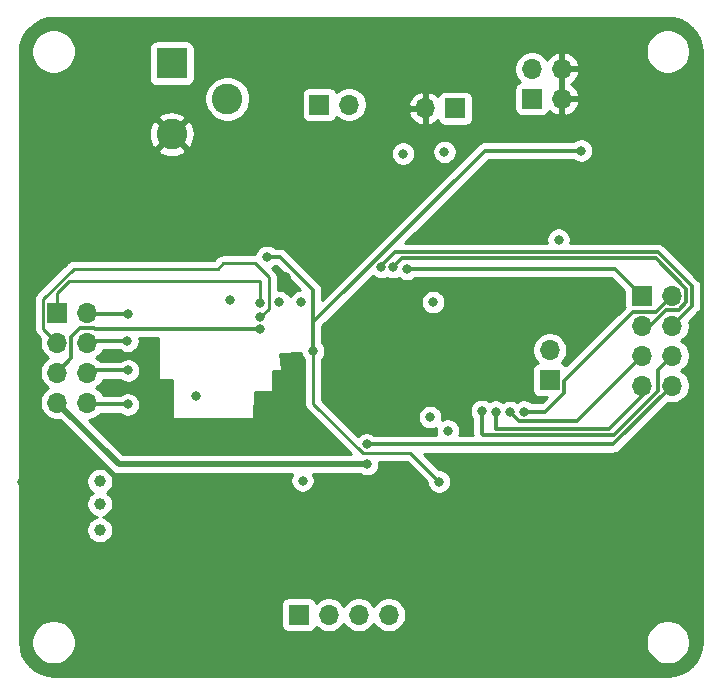
<source format=gbr>
%TF.GenerationSoftware,KiCad,Pcbnew,(5.1.8)-1*%
%TF.CreationDate,2020-11-24T12:22:42+05:30*%
%TF.ProjectId,stm32f405_breakout,73746d33-3266-4343-9035-5f627265616b,rev?*%
%TF.SameCoordinates,Original*%
%TF.FileFunction,Copper,L4,Bot*%
%TF.FilePolarity,Positive*%
%FSLAX46Y46*%
G04 Gerber Fmt 4.6, Leading zero omitted, Abs format (unit mm)*
G04 Created by KiCad (PCBNEW (5.1.8)-1) date 2020-11-24 12:22:42*
%MOMM*%
%LPD*%
G01*
G04 APERTURE LIST*
%TA.AperFunction,ComponentPad*%
%ADD10R,1.700000X1.700000*%
%TD*%
%TA.AperFunction,ComponentPad*%
%ADD11O,1.700000X1.700000*%
%TD*%
%TA.AperFunction,ComponentPad*%
%ADD12R,2.600000X2.600000*%
%TD*%
%TA.AperFunction,ComponentPad*%
%ADD13C,2.600000*%
%TD*%
%TA.AperFunction,ViaPad*%
%ADD14C,1.000000*%
%TD*%
%TA.AperFunction,ViaPad*%
%ADD15C,0.800000*%
%TD*%
%TA.AperFunction,Conductor*%
%ADD16C,0.250000*%
%TD*%
%TA.AperFunction,Conductor*%
%ADD17C,0.300000*%
%TD*%
%TA.AperFunction,Conductor*%
%ADD18C,0.500000*%
%TD*%
%TA.AperFunction,Conductor*%
%ADD19C,0.254000*%
%TD*%
%TA.AperFunction,Conductor*%
%ADD20C,0.100000*%
%TD*%
G04 APERTURE END LIST*
D10*
%TO.P,PORTC_2,1*%
%TO.N,PC10*%
X145470880Y-91765120D03*
D11*
%TO.P,PORTC_2,2*%
%TO.N,PC9*%
X148010880Y-91765120D03*
%TO.P,PORTC_2,3*%
%TO.N,PC11*%
X145470880Y-94305120D03*
%TO.P,PORTC_2,4*%
%TO.N,PC12*%
X148010880Y-94305120D03*
%TO.P,PORTC_2,5*%
%TO.N,PC8*%
X145470880Y-96845120D03*
%TO.P,PORTC_2,6*%
%TO.N,PC6*%
X148010880Y-96845120D03*
%TO.P,PORTC_2,7*%
%TO.N,PC7*%
X145470880Y-99385120D03*
%TO.P,PORTC_2,8*%
%TO.N,PC5*%
X148010880Y-99385120D03*
%TD*%
%TO.P,3.3 V,2*%
%TO.N,GND*%
X127113700Y-75897600D03*
D10*
%TO.P,3.3 V,1*%
%TO.N,+3V3*%
X129653700Y-75897600D03*
%TD*%
D11*
%TO.P,SPI,4*%
%TO.N,SPI1_MOSI*%
X124028200Y-118783100D03*
%TO.P,SPI,3*%
%TO.N,SPI1_MISO*%
X121488200Y-118783100D03*
%TO.P,SPI,2*%
%TO.N,SPI1_SCK*%
X118948200Y-118783100D03*
D10*
%TO.P,SPI,1*%
%TO.N,SPI1_EN*%
X116408200Y-118783100D03*
%TD*%
%TO.P,UART,1*%
%TO.N,USART1_TX*%
X137653700Y-98897600D03*
D11*
%TO.P,UART,2*%
%TO.N,USART1_RX*%
X137653700Y-96357600D03*
%TD*%
D12*
%TO.P,J7,1*%
%TO.N,VCC*%
X105653700Y-72097600D03*
D13*
%TO.P,J7,2*%
%TO.N,GND*%
X105653700Y-78097600D03*
%TO.P,J7,3*%
%TO.N,N/C*%
X110353700Y-75097600D03*
%TD*%
D10*
%TO.P,I2C,1*%
%TO.N,I2C1_SCL*%
X118140480Y-75580240D03*
D11*
%TO.P,I2C,2*%
%TO.N,I2C1_SDA*%
X120680480Y-75580240D03*
%TD*%
D10*
%TO.P,VIN,1*%
%TO.N,VCC*%
X136153700Y-75097600D03*
D11*
%TO.P,VIN,2*%
X136153700Y-72557600D03*
%TO.P,VIN,3*%
%TO.N,GND*%
X138693700Y-75097600D03*
%TO.P,VIN,4*%
X138693700Y-72557600D03*
%TD*%
%TO.P,PORTC_1,8*%
%TO.N,PC3*%
X98493700Y-100817600D03*
%TO.P,PORTC_1,7*%
%TO.N,PC4*%
X95953700Y-100817600D03*
%TO.P,PORTC_1,6*%
%TO.N,PC2*%
X98493700Y-98277600D03*
%TO.P,PORTC_1,5*%
%TO.N,PC15*%
X95953700Y-98277600D03*
%TO.P,PORTC_1,4*%
%TO.N,PC1*%
X98493700Y-95737600D03*
%TO.P,PORTC_1,3*%
%TO.N,PC14*%
X95953700Y-95737600D03*
%TO.P,PORTC_1,2*%
%TO.N,PC0*%
X98493700Y-93197600D03*
D10*
%TO.P,PORTC_1,1*%
%TO.N,PC13*%
X95953700Y-93197600D03*
%TD*%
D14*
%TO.N,+3V3*%
X99568000Y-107480100D03*
X99568000Y-109397800D03*
X99568000Y-111607600D03*
D15*
X127787400Y-92303600D03*
X125234700Y-79743300D03*
X128739900Y-79590900D03*
X129032000Y-103187500D03*
X127533400Y-102044500D03*
X116738400Y-107416600D03*
X138404600Y-87020400D03*
X114757200Y-92303600D03*
X116598700Y-92316300D03*
D14*
%TO.N,GND*%
X93065600Y-107581700D03*
X97307400Y-105410000D03*
X97536000Y-107530900D03*
X94615000Y-105397300D03*
D15*
X108546900Y-109537500D03*
X115366800Y-90157300D03*
X133350000Y-87058500D03*
X132143500Y-93764100D03*
X118516400Y-89471500D03*
X110048040Y-87228680D03*
X107746800Y-100261420D03*
X110548420Y-92113100D03*
X111963200Y-102997000D03*
X114414300Y-104597200D03*
%TO.N,NRESET*%
X113728500Y-88480900D03*
X128282700Y-107505500D03*
X117627400Y-96443800D03*
X140322300Y-79476600D03*
%TO.N,PC0*%
X101930200Y-93281500D03*
%TO.N,PC2*%
X101968300Y-98094800D03*
%TO.N,PC1*%
X101904800Y-95592900D03*
%TO.N,PC3*%
X101930200Y-100965000D03*
%TO.N,PC4*%
X122199400Y-106019600D03*
%TO.N,PC5*%
X122153700Y-104347600D03*
%TO.N,PC6*%
X131902200Y-101523800D03*
%TO.N,PC7*%
X133070600Y-101574600D03*
%TO.N,PC8*%
X134302500Y-101612700D03*
%TO.N,PC9*%
X135458200Y-101587300D03*
%TO.N,PC10*%
X125552200Y-89496900D03*
%TO.N,PC11*%
X124403700Y-89347600D03*
%TO.N,PC12*%
X123403700Y-89347600D03*
%TO.N,PC13*%
X113153700Y-92347600D03*
%TO.N,PC14*%
X113153700Y-93597600D03*
%TO.N,PC15*%
X113153700Y-94597600D03*
%TD*%
D16*
%TO.N,NRESET*%
X117627400Y-100894302D02*
X117627400Y-96443800D01*
X121805699Y-105072601D02*
X117627400Y-100894302D01*
X125849801Y-105072601D02*
X121805699Y-105072601D01*
X128282700Y-107505500D02*
X125849801Y-105072601D01*
D17*
X117627400Y-94013898D02*
X117627400Y-96443800D01*
X132164698Y-79476600D02*
X117627400Y-94013898D01*
X140322300Y-79476600D02*
X132164698Y-79476600D01*
X117627400Y-91307898D02*
X117627400Y-96443800D01*
X114800402Y-88480900D02*
X117627400Y-91307898D01*
X113728500Y-88480900D02*
X114800402Y-88480900D01*
%TO.N,PC0*%
X98577600Y-93281500D02*
X98493700Y-93197600D01*
X101930200Y-93281500D02*
X98577600Y-93281500D01*
%TO.N,PC2*%
X98676500Y-98094800D02*
X98493700Y-98277600D01*
X101968300Y-98094800D02*
X98676500Y-98094800D01*
%TO.N,PC1*%
X98638400Y-95592900D02*
X98493700Y-95737600D01*
X101904800Y-95592900D02*
X98638400Y-95592900D01*
%TO.N,PC3*%
X98773701Y-101097601D02*
X98493700Y-100817600D01*
X98641100Y-100965000D02*
X98493700Y-100817600D01*
X101930200Y-100965000D02*
X98641100Y-100965000D01*
D18*
%TO.N,PC4*%
X101155700Y-106019600D02*
X95953700Y-100817600D01*
X122199400Y-106019600D02*
X101155700Y-106019600D01*
D17*
%TO.N,PC5*%
X143048400Y-104347600D02*
X122153700Y-104347600D01*
X148010880Y-99385120D02*
X143048400Y-104347600D01*
%TO.N,PC6*%
X131902200Y-101523800D02*
X131902200Y-103479600D01*
X131902200Y-103479600D02*
X131965700Y-103543100D01*
X146810879Y-99821123D02*
X146810879Y-98045121D01*
X143088902Y-103543100D02*
X146810879Y-99821123D01*
X146810879Y-98045121D02*
X148010880Y-96845120D01*
X131965700Y-103543100D02*
X143088902Y-103543100D01*
%TO.N,PC7*%
X133070600Y-101574600D02*
X133070600Y-102984300D01*
X133108700Y-103022400D02*
X142697200Y-103022400D01*
X133070600Y-102984300D02*
X133108700Y-103022400D01*
X145470880Y-100248720D02*
X145470880Y-99385120D01*
X142697200Y-103022400D02*
X145470880Y-100248720D01*
%TO.N,PC8*%
X134302500Y-101612700D02*
X134373598Y-101612700D01*
X139978699Y-102337301D02*
X145470880Y-96845120D01*
X135027101Y-102337301D02*
X139978699Y-102337301D01*
X134302500Y-101612700D02*
X135027101Y-102337301D01*
%TO.N,PC9*%
X138853701Y-100027601D02*
X137294002Y-101587300D01*
X138853701Y-98953799D02*
X138853701Y-100027601D01*
X144702381Y-93105119D02*
X138853701Y-98953799D01*
X137294002Y-101587300D02*
X135458200Y-101587300D01*
X146670881Y-93105119D02*
X144702381Y-93105119D01*
X148010880Y-91765120D02*
X146670881Y-93105119D01*
%TO.N,PC10*%
X143202660Y-89496900D02*
X125552200Y-89496900D01*
X145470880Y-91765120D02*
X143202660Y-89496900D01*
%TO.N,PC11*%
X125153701Y-88597599D02*
X124403700Y-89347600D01*
X149210881Y-91189119D02*
X146619361Y-88597599D01*
X149210881Y-92341121D02*
X149210881Y-91189119D01*
X148586881Y-92965121D02*
X149210881Y-92341121D01*
X146619361Y-88597599D02*
X125153701Y-88597599D01*
X147517999Y-92965121D02*
X148586881Y-92965121D01*
X146178000Y-94305120D02*
X147517999Y-92965121D01*
X145470880Y-94305120D02*
X146178000Y-94305120D01*
%TO.N,PC12*%
X123403700Y-89237598D02*
X123403700Y-89347600D01*
X124543709Y-88097589D02*
X123403700Y-89237598D01*
X146826471Y-88097589D02*
X124543709Y-88097589D01*
X149710891Y-90982009D02*
X146826471Y-88097589D01*
X149710891Y-92605109D02*
X149710891Y-90982009D01*
X148010880Y-94305120D02*
X149710891Y-92605109D01*
D16*
%TO.N,PC13*%
X113153700Y-92347600D02*
X113153700Y-90522300D01*
X113153700Y-90522300D02*
X96935800Y-90522300D01*
X95953700Y-91504400D02*
X95953700Y-93197600D01*
X96935800Y-90522300D02*
X95953700Y-91504400D01*
%TO.N,PC14*%
X109976899Y-89038599D02*
X109537500Y-89477998D01*
X112692201Y-89038599D02*
X109976899Y-89038599D01*
X113878701Y-90225099D02*
X112692201Y-89038599D01*
X113878701Y-92872599D02*
X113878701Y-90225099D01*
X113153700Y-93597600D02*
X113878701Y-92872599D01*
X94778699Y-94562599D02*
X95953700Y-95737600D01*
X94778699Y-92042991D02*
X94778699Y-94562599D01*
X97343692Y-89477998D02*
X94778699Y-92042991D01*
X109537500Y-89477998D02*
X97343692Y-89477998D01*
D17*
%TO.N,PC15*%
X97917699Y-94537599D02*
X97153701Y-95301597D01*
X97153701Y-97077599D02*
X95953700Y-98277600D01*
X97153701Y-95301597D02*
X97153701Y-97077599D01*
X99129702Y-94597600D02*
X99069701Y-94537599D01*
X99069701Y-94537599D02*
X97917699Y-94537599D01*
X113153700Y-94597600D02*
X99129702Y-94597600D01*
%TD*%
D19*
%TO.N,GND*%
X148209122Y-68292502D02*
X148743394Y-68453808D01*
X149236156Y-68715815D01*
X149668641Y-69068541D01*
X150024379Y-69498553D01*
X150289821Y-69989479D01*
X150454852Y-70522607D01*
X150518700Y-71130079D01*
X150518701Y-121042081D01*
X150458798Y-121653021D01*
X150297491Y-122187295D01*
X150035489Y-122680050D01*
X149682759Y-123112541D01*
X149252744Y-123468280D01*
X148761822Y-123733721D01*
X148228693Y-123898752D01*
X147621222Y-123962600D01*
X95709209Y-123962600D01*
X95098279Y-123902698D01*
X94564005Y-123741391D01*
X94071250Y-123479389D01*
X93638759Y-123126659D01*
X93283020Y-122696644D01*
X93017579Y-122205722D01*
X92852548Y-121672593D01*
X92788700Y-121065122D01*
X92788700Y-120911944D01*
X93768700Y-120911944D01*
X93768700Y-121283256D01*
X93841139Y-121647434D01*
X93983234Y-121990482D01*
X94189525Y-122299218D01*
X94452082Y-122561775D01*
X94760818Y-122768066D01*
X95103866Y-122910161D01*
X95468044Y-122982600D01*
X95839356Y-122982600D01*
X96203534Y-122910161D01*
X96546582Y-122768066D01*
X96855318Y-122561775D01*
X97117875Y-122299218D01*
X97324166Y-121990482D01*
X97466261Y-121647434D01*
X97538700Y-121283256D01*
X97538700Y-120911944D01*
X145768700Y-120911944D01*
X145768700Y-121283256D01*
X145841139Y-121647434D01*
X145983234Y-121990482D01*
X146189525Y-122299218D01*
X146452082Y-122561775D01*
X146760818Y-122768066D01*
X147103866Y-122910161D01*
X147468044Y-122982600D01*
X147839356Y-122982600D01*
X148203534Y-122910161D01*
X148546582Y-122768066D01*
X148855318Y-122561775D01*
X149117875Y-122299218D01*
X149324166Y-121990482D01*
X149466261Y-121647434D01*
X149538700Y-121283256D01*
X149538700Y-120911944D01*
X149466261Y-120547766D01*
X149324166Y-120204718D01*
X149117875Y-119895982D01*
X148855318Y-119633425D01*
X148546582Y-119427134D01*
X148203534Y-119285039D01*
X147839356Y-119212600D01*
X147468044Y-119212600D01*
X147103866Y-119285039D01*
X146760818Y-119427134D01*
X146452082Y-119633425D01*
X146189525Y-119895982D01*
X145983234Y-120204718D01*
X145841139Y-120547766D01*
X145768700Y-120911944D01*
X97538700Y-120911944D01*
X97466261Y-120547766D01*
X97324166Y-120204718D01*
X97117875Y-119895982D01*
X96855318Y-119633425D01*
X96546582Y-119427134D01*
X96203534Y-119285039D01*
X95839356Y-119212600D01*
X95468044Y-119212600D01*
X95103866Y-119285039D01*
X94760818Y-119427134D01*
X94452082Y-119633425D01*
X94189525Y-119895982D01*
X93983234Y-120204718D01*
X93841139Y-120547766D01*
X93768700Y-120911944D01*
X92788700Y-120911944D01*
X92788700Y-117933100D01*
X114920128Y-117933100D01*
X114920128Y-119633100D01*
X114932388Y-119757582D01*
X114968698Y-119877280D01*
X115027663Y-119987594D01*
X115107015Y-120084285D01*
X115203706Y-120163637D01*
X115314020Y-120222602D01*
X115433718Y-120258912D01*
X115558200Y-120271172D01*
X117258200Y-120271172D01*
X117382682Y-120258912D01*
X117502380Y-120222602D01*
X117612694Y-120163637D01*
X117709385Y-120084285D01*
X117788737Y-119987594D01*
X117847702Y-119877280D01*
X117869713Y-119804720D01*
X118001568Y-119936575D01*
X118244789Y-120099090D01*
X118515042Y-120211032D01*
X118801940Y-120268100D01*
X119094460Y-120268100D01*
X119381358Y-120211032D01*
X119651611Y-120099090D01*
X119894832Y-119936575D01*
X120101675Y-119729732D01*
X120218200Y-119555340D01*
X120334725Y-119729732D01*
X120541568Y-119936575D01*
X120784789Y-120099090D01*
X121055042Y-120211032D01*
X121341940Y-120268100D01*
X121634460Y-120268100D01*
X121921358Y-120211032D01*
X122191611Y-120099090D01*
X122434832Y-119936575D01*
X122641675Y-119729732D01*
X122758200Y-119555340D01*
X122874725Y-119729732D01*
X123081568Y-119936575D01*
X123324789Y-120099090D01*
X123595042Y-120211032D01*
X123881940Y-120268100D01*
X124174460Y-120268100D01*
X124461358Y-120211032D01*
X124731611Y-120099090D01*
X124974832Y-119936575D01*
X125181675Y-119729732D01*
X125344190Y-119486511D01*
X125456132Y-119216258D01*
X125513200Y-118929360D01*
X125513200Y-118636840D01*
X125456132Y-118349942D01*
X125344190Y-118079689D01*
X125181675Y-117836468D01*
X124974832Y-117629625D01*
X124731611Y-117467110D01*
X124461358Y-117355168D01*
X124174460Y-117298100D01*
X123881940Y-117298100D01*
X123595042Y-117355168D01*
X123324789Y-117467110D01*
X123081568Y-117629625D01*
X122874725Y-117836468D01*
X122758200Y-118010860D01*
X122641675Y-117836468D01*
X122434832Y-117629625D01*
X122191611Y-117467110D01*
X121921358Y-117355168D01*
X121634460Y-117298100D01*
X121341940Y-117298100D01*
X121055042Y-117355168D01*
X120784789Y-117467110D01*
X120541568Y-117629625D01*
X120334725Y-117836468D01*
X120218200Y-118010860D01*
X120101675Y-117836468D01*
X119894832Y-117629625D01*
X119651611Y-117467110D01*
X119381358Y-117355168D01*
X119094460Y-117298100D01*
X118801940Y-117298100D01*
X118515042Y-117355168D01*
X118244789Y-117467110D01*
X118001568Y-117629625D01*
X117869713Y-117761480D01*
X117847702Y-117688920D01*
X117788737Y-117578606D01*
X117709385Y-117481915D01*
X117612694Y-117402563D01*
X117502380Y-117343598D01*
X117382682Y-117307288D01*
X117258200Y-117295028D01*
X115558200Y-117295028D01*
X115433718Y-117307288D01*
X115314020Y-117343598D01*
X115203706Y-117402563D01*
X115107015Y-117481915D01*
X115027663Y-117578606D01*
X114968698Y-117688920D01*
X114932388Y-117808618D01*
X114920128Y-117933100D01*
X92788700Y-117933100D01*
X92788700Y-107368312D01*
X98433000Y-107368312D01*
X98433000Y-107591888D01*
X98476617Y-107811167D01*
X98562176Y-108017724D01*
X98686388Y-108203620D01*
X98844480Y-108361712D01*
X98960075Y-108438950D01*
X98844480Y-108516188D01*
X98686388Y-108674280D01*
X98562176Y-108860176D01*
X98476617Y-109066733D01*
X98433000Y-109286012D01*
X98433000Y-109509588D01*
X98476617Y-109728867D01*
X98562176Y-109935424D01*
X98686388Y-110121320D01*
X98844480Y-110279412D01*
X99030376Y-110403624D01*
X99236933Y-110489183D01*
X99304888Y-110502700D01*
X99236933Y-110516217D01*
X99030376Y-110601776D01*
X98844480Y-110725988D01*
X98686388Y-110884080D01*
X98562176Y-111069976D01*
X98476617Y-111276533D01*
X98433000Y-111495812D01*
X98433000Y-111719388D01*
X98476617Y-111938667D01*
X98562176Y-112145224D01*
X98686388Y-112331120D01*
X98844480Y-112489212D01*
X99030376Y-112613424D01*
X99236933Y-112698983D01*
X99456212Y-112742600D01*
X99679788Y-112742600D01*
X99899067Y-112698983D01*
X100105624Y-112613424D01*
X100291520Y-112489212D01*
X100449612Y-112331120D01*
X100573824Y-112145224D01*
X100659383Y-111938667D01*
X100703000Y-111719388D01*
X100703000Y-111495812D01*
X100659383Y-111276533D01*
X100573824Y-111069976D01*
X100449612Y-110884080D01*
X100291520Y-110725988D01*
X100105624Y-110601776D01*
X99899067Y-110516217D01*
X99831112Y-110502700D01*
X99899067Y-110489183D01*
X100105624Y-110403624D01*
X100291520Y-110279412D01*
X100449612Y-110121320D01*
X100573824Y-109935424D01*
X100659383Y-109728867D01*
X100703000Y-109509588D01*
X100703000Y-109286012D01*
X100659383Y-109066733D01*
X100573824Y-108860176D01*
X100449612Y-108674280D01*
X100291520Y-108516188D01*
X100175925Y-108438950D01*
X100291520Y-108361712D01*
X100449612Y-108203620D01*
X100573824Y-108017724D01*
X100659383Y-107811167D01*
X100703000Y-107591888D01*
X100703000Y-107368312D01*
X100659383Y-107149033D01*
X100573824Y-106942476D01*
X100449612Y-106756580D01*
X100291520Y-106598488D01*
X100105624Y-106474276D01*
X99899067Y-106388717D01*
X99679788Y-106345100D01*
X99456212Y-106345100D01*
X99236933Y-106388717D01*
X99030376Y-106474276D01*
X98844480Y-106598488D01*
X98686388Y-106756580D01*
X98562176Y-106942476D01*
X98476617Y-107149033D01*
X98433000Y-107368312D01*
X92788700Y-107368312D01*
X92788700Y-92042991D01*
X94015023Y-92042991D01*
X94018699Y-92080314D01*
X94018700Y-94525267D01*
X94015023Y-94562599D01*
X94018700Y-94599932D01*
X94027718Y-94691487D01*
X94029697Y-94711584D01*
X94073153Y-94854845D01*
X94143725Y-94986875D01*
X94214900Y-95073601D01*
X94238699Y-95102600D01*
X94267697Y-95126398D01*
X94512491Y-95371192D01*
X94468700Y-95591340D01*
X94468700Y-95883860D01*
X94525768Y-96170758D01*
X94637710Y-96441011D01*
X94800225Y-96684232D01*
X95007068Y-96891075D01*
X95181460Y-97007600D01*
X95007068Y-97124125D01*
X94800225Y-97330968D01*
X94637710Y-97574189D01*
X94525768Y-97844442D01*
X94468700Y-98131340D01*
X94468700Y-98423860D01*
X94525768Y-98710758D01*
X94637710Y-98981011D01*
X94800225Y-99224232D01*
X95007068Y-99431075D01*
X95181460Y-99547600D01*
X95007068Y-99664125D01*
X94800225Y-99870968D01*
X94637710Y-100114189D01*
X94525768Y-100384442D01*
X94468700Y-100671340D01*
X94468700Y-100963860D01*
X94525768Y-101250758D01*
X94637710Y-101521011D01*
X94800225Y-101764232D01*
X95007068Y-101971075D01*
X95250289Y-102133590D01*
X95520542Y-102245532D01*
X95807440Y-102302600D01*
X96099960Y-102302600D01*
X96172661Y-102288139D01*
X100499170Y-106614649D01*
X100526883Y-106648417D01*
X100560651Y-106676130D01*
X100560653Y-106676132D01*
X100591641Y-106701563D01*
X100661641Y-106759011D01*
X100815387Y-106841189D01*
X100931603Y-106876443D01*
X100982209Y-106891795D01*
X100997006Y-106893252D01*
X101112223Y-106904600D01*
X101112231Y-106904600D01*
X101155700Y-106908881D01*
X101199169Y-106904600D01*
X115835724Y-106904600D01*
X115821195Y-106926344D01*
X115743174Y-107114702D01*
X115703400Y-107314661D01*
X115703400Y-107518539D01*
X115743174Y-107718498D01*
X115821195Y-107906856D01*
X115934463Y-108076374D01*
X116078626Y-108220537D01*
X116248144Y-108333805D01*
X116436502Y-108411826D01*
X116636461Y-108451600D01*
X116840339Y-108451600D01*
X117040298Y-108411826D01*
X117228656Y-108333805D01*
X117398174Y-108220537D01*
X117542337Y-108076374D01*
X117655605Y-107906856D01*
X117733626Y-107718498D01*
X117773400Y-107518539D01*
X117773400Y-107314661D01*
X117733626Y-107114702D01*
X117655605Y-106926344D01*
X117641076Y-106904600D01*
X121660946Y-106904600D01*
X121709144Y-106936805D01*
X121897502Y-107014826D01*
X122097461Y-107054600D01*
X122301339Y-107054600D01*
X122501298Y-107014826D01*
X122689656Y-106936805D01*
X122859174Y-106823537D01*
X123003337Y-106679374D01*
X123116605Y-106509856D01*
X123194626Y-106321498D01*
X123234400Y-106121539D01*
X123234400Y-105917661D01*
X123217481Y-105832601D01*
X125535000Y-105832601D01*
X127247700Y-107545302D01*
X127247700Y-107607439D01*
X127287474Y-107807398D01*
X127365495Y-107995756D01*
X127478763Y-108165274D01*
X127622926Y-108309437D01*
X127792444Y-108422705D01*
X127980802Y-108500726D01*
X128180761Y-108540500D01*
X128384639Y-108540500D01*
X128584598Y-108500726D01*
X128772956Y-108422705D01*
X128942474Y-108309437D01*
X129086637Y-108165274D01*
X129199905Y-107995756D01*
X129277926Y-107807398D01*
X129317700Y-107607439D01*
X129317700Y-107403561D01*
X129277926Y-107203602D01*
X129199905Y-107015244D01*
X129086637Y-106845726D01*
X128942474Y-106701563D01*
X128772956Y-106588295D01*
X128584598Y-106510274D01*
X128384639Y-106470500D01*
X128322502Y-106470500D01*
X126984601Y-105132600D01*
X143009847Y-105132600D01*
X143048400Y-105136397D01*
X143086953Y-105132600D01*
X143086961Y-105132600D01*
X143202287Y-105121241D01*
X143350260Y-105076354D01*
X143486633Y-105003462D01*
X143606164Y-104905364D01*
X143630747Y-104875410D01*
X147673962Y-100832195D01*
X147864620Y-100870120D01*
X148157140Y-100870120D01*
X148444038Y-100813052D01*
X148714291Y-100701110D01*
X148957512Y-100538595D01*
X149164355Y-100331752D01*
X149326870Y-100088531D01*
X149438812Y-99818278D01*
X149495880Y-99531380D01*
X149495880Y-99238860D01*
X149438812Y-98951962D01*
X149326870Y-98681709D01*
X149164355Y-98438488D01*
X148957512Y-98231645D01*
X148783120Y-98115120D01*
X148957512Y-97998595D01*
X149164355Y-97791752D01*
X149326870Y-97548531D01*
X149438812Y-97278278D01*
X149495880Y-96991380D01*
X149495880Y-96698860D01*
X149438812Y-96411962D01*
X149326870Y-96141709D01*
X149164355Y-95898488D01*
X148957512Y-95691645D01*
X148783120Y-95575120D01*
X148957512Y-95458595D01*
X149164355Y-95251752D01*
X149326870Y-95008531D01*
X149438812Y-94738278D01*
X149495880Y-94451380D01*
X149495880Y-94158860D01*
X149457955Y-93968202D01*
X150238702Y-93187455D01*
X150268655Y-93162873D01*
X150366753Y-93043342D01*
X150439645Y-92906969D01*
X150451183Y-92868934D01*
X150484533Y-92758996D01*
X150495317Y-92649498D01*
X150495891Y-92643670D01*
X150495891Y-92643665D01*
X150499688Y-92605109D01*
X150495891Y-92566553D01*
X150495891Y-91020565D01*
X150499688Y-90982009D01*
X150495891Y-90943453D01*
X150495891Y-90943448D01*
X150488624Y-90869665D01*
X150484533Y-90828122D01*
X150439645Y-90680149D01*
X150424618Y-90652036D01*
X150366753Y-90543776D01*
X150268655Y-90424245D01*
X150238701Y-90399662D01*
X147408818Y-87569779D01*
X147384235Y-87539825D01*
X147264704Y-87441727D01*
X147128331Y-87368835D01*
X146980358Y-87323948D01*
X146865032Y-87312589D01*
X146865024Y-87312589D01*
X146826471Y-87308792D01*
X146787918Y-87312589D01*
X139401757Y-87312589D01*
X139439600Y-87122339D01*
X139439600Y-86918461D01*
X139399826Y-86718502D01*
X139321805Y-86530144D01*
X139208537Y-86360626D01*
X139064374Y-86216463D01*
X138894856Y-86103195D01*
X138706498Y-86025174D01*
X138506539Y-85985400D01*
X138302661Y-85985400D01*
X138102702Y-86025174D01*
X137914344Y-86103195D01*
X137744826Y-86216463D01*
X137600663Y-86360626D01*
X137487395Y-86530144D01*
X137409374Y-86718502D01*
X137369600Y-86918461D01*
X137369600Y-87122339D01*
X137407443Y-87312589D01*
X125438866Y-87312589D01*
X132489856Y-80261600D01*
X139643589Y-80261600D01*
X139662526Y-80280537D01*
X139832044Y-80393805D01*
X140020402Y-80471826D01*
X140220361Y-80511600D01*
X140424239Y-80511600D01*
X140624198Y-80471826D01*
X140812556Y-80393805D01*
X140982074Y-80280537D01*
X141126237Y-80136374D01*
X141239505Y-79966856D01*
X141317526Y-79778498D01*
X141357300Y-79578539D01*
X141357300Y-79374661D01*
X141317526Y-79174702D01*
X141239505Y-78986344D01*
X141126237Y-78816826D01*
X140982074Y-78672663D01*
X140812556Y-78559395D01*
X140624198Y-78481374D01*
X140424239Y-78441600D01*
X140220361Y-78441600D01*
X140020402Y-78481374D01*
X139832044Y-78559395D01*
X139662526Y-78672663D01*
X139643589Y-78691600D01*
X132203251Y-78691600D01*
X132164698Y-78687803D01*
X132126145Y-78691600D01*
X132126137Y-78691600D01*
X132010811Y-78702959D01*
X131862838Y-78747846D01*
X131726465Y-78820738D01*
X131666257Y-78870150D01*
X131636885Y-78894255D01*
X131636882Y-78894258D01*
X131606934Y-78918836D01*
X131582356Y-78948784D01*
X118412400Y-92118741D01*
X118412400Y-91346454D01*
X118416197Y-91307898D01*
X118412400Y-91269338D01*
X118412400Y-91269337D01*
X118404499Y-91189119D01*
X118401042Y-91154011D01*
X118356154Y-91006038D01*
X118340271Y-90976323D01*
X118283262Y-90869665D01*
X118225148Y-90798854D01*
X118209745Y-90780085D01*
X118209742Y-90780082D01*
X118185164Y-90750134D01*
X118155217Y-90725557D01*
X115382749Y-87953090D01*
X115358166Y-87923136D01*
X115238635Y-87825038D01*
X115102262Y-87752146D01*
X114954289Y-87707259D01*
X114838963Y-87695900D01*
X114838955Y-87695900D01*
X114800402Y-87692103D01*
X114761849Y-87695900D01*
X114407211Y-87695900D01*
X114388274Y-87676963D01*
X114218756Y-87563695D01*
X114030398Y-87485674D01*
X113830439Y-87445900D01*
X113626561Y-87445900D01*
X113426602Y-87485674D01*
X113238244Y-87563695D01*
X113068726Y-87676963D01*
X112924563Y-87821126D01*
X112811295Y-87990644D01*
X112733274Y-88179002D01*
X112713772Y-88277048D01*
X112692201Y-88274923D01*
X112654879Y-88278599D01*
X110014221Y-88278599D01*
X109976898Y-88274923D01*
X109939575Y-88278599D01*
X109939566Y-88278599D01*
X109827913Y-88289596D01*
X109684652Y-88333053D01*
X109552622Y-88403625D01*
X109510045Y-88438568D01*
X109436898Y-88498598D01*
X109413095Y-88527602D01*
X109222699Y-88717998D01*
X97381015Y-88717998D01*
X97343692Y-88714322D01*
X97306369Y-88717998D01*
X97306359Y-88717998D01*
X97194706Y-88728995D01*
X97051445Y-88772452D01*
X96919415Y-88843024D01*
X96862647Y-88889613D01*
X96803691Y-88937997D01*
X96779893Y-88966995D01*
X94267702Y-91479187D01*
X94238698Y-91502990D01*
X94205319Y-91543663D01*
X94143725Y-91618715D01*
X94108156Y-91685260D01*
X94073153Y-91750745D01*
X94029696Y-91894006D01*
X94018699Y-92005659D01*
X94018699Y-92005669D01*
X94015023Y-92042991D01*
X92788700Y-92042991D01*
X92788700Y-79446824D01*
X104484081Y-79446824D01*
X104616017Y-79741912D01*
X104956745Y-79912759D01*
X105324257Y-80013850D01*
X105704429Y-80041301D01*
X106082651Y-79994057D01*
X106444390Y-79873933D01*
X106691383Y-79741912D01*
X106736340Y-79641361D01*
X124199700Y-79641361D01*
X124199700Y-79845239D01*
X124239474Y-80045198D01*
X124317495Y-80233556D01*
X124430763Y-80403074D01*
X124574926Y-80547237D01*
X124744444Y-80660505D01*
X124932802Y-80738526D01*
X125132761Y-80778300D01*
X125336639Y-80778300D01*
X125536598Y-80738526D01*
X125724956Y-80660505D01*
X125894474Y-80547237D01*
X126038637Y-80403074D01*
X126151905Y-80233556D01*
X126229926Y-80045198D01*
X126269700Y-79845239D01*
X126269700Y-79641361D01*
X126239386Y-79488961D01*
X127704900Y-79488961D01*
X127704900Y-79692839D01*
X127744674Y-79892798D01*
X127822695Y-80081156D01*
X127935963Y-80250674D01*
X128080126Y-80394837D01*
X128249644Y-80508105D01*
X128438002Y-80586126D01*
X128637961Y-80625900D01*
X128841839Y-80625900D01*
X129041798Y-80586126D01*
X129230156Y-80508105D01*
X129399674Y-80394837D01*
X129543837Y-80250674D01*
X129657105Y-80081156D01*
X129735126Y-79892798D01*
X129774900Y-79692839D01*
X129774900Y-79488961D01*
X129735126Y-79289002D01*
X129657105Y-79100644D01*
X129543837Y-78931126D01*
X129399674Y-78786963D01*
X129230156Y-78673695D01*
X129041798Y-78595674D01*
X128841839Y-78555900D01*
X128637961Y-78555900D01*
X128438002Y-78595674D01*
X128249644Y-78673695D01*
X128080126Y-78786963D01*
X127935963Y-78931126D01*
X127822695Y-79100644D01*
X127744674Y-79289002D01*
X127704900Y-79488961D01*
X126239386Y-79488961D01*
X126229926Y-79441402D01*
X126151905Y-79253044D01*
X126038637Y-79083526D01*
X125894474Y-78939363D01*
X125724956Y-78826095D01*
X125536598Y-78748074D01*
X125336639Y-78708300D01*
X125132761Y-78708300D01*
X124932802Y-78748074D01*
X124744444Y-78826095D01*
X124574926Y-78939363D01*
X124430763Y-79083526D01*
X124317495Y-79253044D01*
X124239474Y-79441402D01*
X124199700Y-79641361D01*
X106736340Y-79641361D01*
X106823319Y-79446824D01*
X105653700Y-78277205D01*
X104484081Y-79446824D01*
X92788700Y-79446824D01*
X92788700Y-78148329D01*
X103709999Y-78148329D01*
X103757243Y-78526551D01*
X103877367Y-78888290D01*
X104009388Y-79135283D01*
X104304476Y-79267219D01*
X105474095Y-78097600D01*
X105833305Y-78097600D01*
X107002924Y-79267219D01*
X107298012Y-79135283D01*
X107468859Y-78794555D01*
X107569950Y-78427043D01*
X107597401Y-78046871D01*
X107550157Y-77668649D01*
X107430033Y-77306910D01*
X107298012Y-77059917D01*
X107002924Y-76927981D01*
X105833305Y-78097600D01*
X105474095Y-78097600D01*
X104304476Y-76927981D01*
X104009388Y-77059917D01*
X103838541Y-77400645D01*
X103737450Y-77768157D01*
X103709999Y-78148329D01*
X92788700Y-78148329D01*
X92788700Y-76748376D01*
X104484081Y-76748376D01*
X105653700Y-77917995D01*
X106823319Y-76748376D01*
X106691383Y-76453288D01*
X106350655Y-76282441D01*
X105983143Y-76181350D01*
X105602971Y-76153899D01*
X105224749Y-76201143D01*
X104863010Y-76321267D01*
X104616017Y-76453288D01*
X104484081Y-76748376D01*
X92788700Y-76748376D01*
X92788700Y-74907019D01*
X108418700Y-74907019D01*
X108418700Y-75288181D01*
X108493061Y-75662019D01*
X108638925Y-76014166D01*
X108850687Y-76331091D01*
X109120209Y-76600613D01*
X109437134Y-76812375D01*
X109789281Y-76958239D01*
X110163119Y-77032600D01*
X110544281Y-77032600D01*
X110918119Y-76958239D01*
X111270266Y-76812375D01*
X111587191Y-76600613D01*
X111856713Y-76331091D01*
X112068475Y-76014166D01*
X112214339Y-75662019D01*
X112288700Y-75288181D01*
X112288700Y-74907019D01*
X112253537Y-74730240D01*
X116652408Y-74730240D01*
X116652408Y-76430240D01*
X116664668Y-76554722D01*
X116700978Y-76674420D01*
X116759943Y-76784734D01*
X116839295Y-76881425D01*
X116935986Y-76960777D01*
X117046300Y-77019742D01*
X117165998Y-77056052D01*
X117290480Y-77068312D01*
X118990480Y-77068312D01*
X119114962Y-77056052D01*
X119234660Y-77019742D01*
X119344974Y-76960777D01*
X119441665Y-76881425D01*
X119521017Y-76784734D01*
X119579982Y-76674420D01*
X119601993Y-76601860D01*
X119733848Y-76733715D01*
X119977069Y-76896230D01*
X120247322Y-77008172D01*
X120534220Y-77065240D01*
X120826740Y-77065240D01*
X121113638Y-77008172D01*
X121383891Y-76896230D01*
X121627112Y-76733715D01*
X121833955Y-76526872D01*
X121996470Y-76283651D01*
X122008548Y-76254491D01*
X125672219Y-76254491D01*
X125769543Y-76528852D01*
X125918522Y-76778955D01*
X126113431Y-76995188D01*
X126346780Y-77169241D01*
X126609601Y-77294425D01*
X126756810Y-77339076D01*
X126986700Y-77217755D01*
X126986700Y-76024600D01*
X125792886Y-76024600D01*
X125672219Y-76254491D01*
X122008548Y-76254491D01*
X122108412Y-76013398D01*
X122165480Y-75726500D01*
X122165480Y-75540709D01*
X125672219Y-75540709D01*
X125792886Y-75770600D01*
X126986700Y-75770600D01*
X126986700Y-74577445D01*
X127240700Y-74577445D01*
X127240700Y-75770600D01*
X127260700Y-75770600D01*
X127260700Y-76024600D01*
X127240700Y-76024600D01*
X127240700Y-77217755D01*
X127470590Y-77339076D01*
X127617799Y-77294425D01*
X127880620Y-77169241D01*
X128113969Y-76995188D01*
X128189734Y-76911134D01*
X128214198Y-76991780D01*
X128273163Y-77102094D01*
X128352515Y-77198785D01*
X128449206Y-77278137D01*
X128559520Y-77337102D01*
X128679218Y-77373412D01*
X128803700Y-77385672D01*
X130503700Y-77385672D01*
X130628182Y-77373412D01*
X130747880Y-77337102D01*
X130858194Y-77278137D01*
X130954885Y-77198785D01*
X131034237Y-77102094D01*
X131093202Y-76991780D01*
X131129512Y-76872082D01*
X131141772Y-76747600D01*
X131141772Y-75047600D01*
X131129512Y-74923118D01*
X131093202Y-74803420D01*
X131034237Y-74693106D01*
X130954885Y-74596415D01*
X130858194Y-74517063D01*
X130747880Y-74458098D01*
X130628182Y-74421788D01*
X130503700Y-74409528D01*
X128803700Y-74409528D01*
X128679218Y-74421788D01*
X128559520Y-74458098D01*
X128449206Y-74517063D01*
X128352515Y-74596415D01*
X128273163Y-74693106D01*
X128214198Y-74803420D01*
X128189734Y-74884066D01*
X128113969Y-74800012D01*
X127880620Y-74625959D01*
X127617799Y-74500775D01*
X127470590Y-74456124D01*
X127240700Y-74577445D01*
X126986700Y-74577445D01*
X126756810Y-74456124D01*
X126609601Y-74500775D01*
X126346780Y-74625959D01*
X126113431Y-74800012D01*
X125918522Y-75016245D01*
X125769543Y-75266348D01*
X125672219Y-75540709D01*
X122165480Y-75540709D01*
X122165480Y-75433980D01*
X122108412Y-75147082D01*
X121996470Y-74876829D01*
X121833955Y-74633608D01*
X121627112Y-74426765D01*
X121383891Y-74264250D01*
X121343695Y-74247600D01*
X134665628Y-74247600D01*
X134665628Y-75947600D01*
X134677888Y-76072082D01*
X134714198Y-76191780D01*
X134773163Y-76302094D01*
X134852515Y-76398785D01*
X134949206Y-76478137D01*
X135059520Y-76537102D01*
X135179218Y-76573412D01*
X135303700Y-76585672D01*
X137003700Y-76585672D01*
X137128182Y-76573412D01*
X137247880Y-76537102D01*
X137358194Y-76478137D01*
X137454885Y-76398785D01*
X137534237Y-76302094D01*
X137593202Y-76191780D01*
X137617666Y-76111134D01*
X137693431Y-76195188D01*
X137926780Y-76369241D01*
X138189601Y-76494425D01*
X138336810Y-76539076D01*
X138566700Y-76417755D01*
X138566700Y-75224600D01*
X138820700Y-75224600D01*
X138820700Y-76417755D01*
X139050590Y-76539076D01*
X139197799Y-76494425D01*
X139460620Y-76369241D01*
X139693969Y-76195188D01*
X139888878Y-75978955D01*
X140037857Y-75728852D01*
X140135181Y-75454491D01*
X140014514Y-75224600D01*
X138820700Y-75224600D01*
X138566700Y-75224600D01*
X138546700Y-75224600D01*
X138546700Y-74970600D01*
X138566700Y-74970600D01*
X138566700Y-72684600D01*
X138820700Y-72684600D01*
X138820700Y-74970600D01*
X140014514Y-74970600D01*
X140135181Y-74740709D01*
X140037857Y-74466348D01*
X139888878Y-74216245D01*
X139693969Y-74000012D01*
X139462820Y-73827600D01*
X139693969Y-73655188D01*
X139888878Y-73438955D01*
X140037857Y-73188852D01*
X140135181Y-72914491D01*
X140014514Y-72684600D01*
X138820700Y-72684600D01*
X138566700Y-72684600D01*
X138546700Y-72684600D01*
X138546700Y-72430600D01*
X138566700Y-72430600D01*
X138566700Y-71237445D01*
X138820700Y-71237445D01*
X138820700Y-72430600D01*
X140014514Y-72430600D01*
X140135181Y-72200709D01*
X140037857Y-71926348D01*
X139888878Y-71676245D01*
X139693969Y-71460012D01*
X139460620Y-71285959D01*
X139197799Y-71160775D01*
X139050590Y-71116124D01*
X138820700Y-71237445D01*
X138566700Y-71237445D01*
X138336810Y-71116124D01*
X138189601Y-71160775D01*
X137926780Y-71285959D01*
X137693431Y-71460012D01*
X137498522Y-71676245D01*
X137428895Y-71793134D01*
X137307175Y-71610968D01*
X137100332Y-71404125D01*
X136857111Y-71241610D01*
X136586858Y-71129668D01*
X136299960Y-71072600D01*
X136007440Y-71072600D01*
X135720542Y-71129668D01*
X135450289Y-71241610D01*
X135207068Y-71404125D01*
X135000225Y-71610968D01*
X134837710Y-71854189D01*
X134725768Y-72124442D01*
X134668700Y-72411340D01*
X134668700Y-72703860D01*
X134725768Y-72990758D01*
X134837710Y-73261011D01*
X135000225Y-73504232D01*
X135132080Y-73636087D01*
X135059520Y-73658098D01*
X134949206Y-73717063D01*
X134852515Y-73796415D01*
X134773163Y-73893106D01*
X134714198Y-74003420D01*
X134677888Y-74123118D01*
X134665628Y-74247600D01*
X121343695Y-74247600D01*
X121113638Y-74152308D01*
X120826740Y-74095240D01*
X120534220Y-74095240D01*
X120247322Y-74152308D01*
X119977069Y-74264250D01*
X119733848Y-74426765D01*
X119601993Y-74558620D01*
X119579982Y-74486060D01*
X119521017Y-74375746D01*
X119441665Y-74279055D01*
X119344974Y-74199703D01*
X119234660Y-74140738D01*
X119114962Y-74104428D01*
X118990480Y-74092168D01*
X117290480Y-74092168D01*
X117165998Y-74104428D01*
X117046300Y-74140738D01*
X116935986Y-74199703D01*
X116839295Y-74279055D01*
X116759943Y-74375746D01*
X116700978Y-74486060D01*
X116664668Y-74605758D01*
X116652408Y-74730240D01*
X112253537Y-74730240D01*
X112214339Y-74533181D01*
X112068475Y-74181034D01*
X111856713Y-73864109D01*
X111587191Y-73594587D01*
X111270266Y-73382825D01*
X110918119Y-73236961D01*
X110544281Y-73162600D01*
X110163119Y-73162600D01*
X109789281Y-73236961D01*
X109437134Y-73382825D01*
X109120209Y-73594587D01*
X108850687Y-73864109D01*
X108638925Y-74181034D01*
X108493061Y-74533181D01*
X108418700Y-74907019D01*
X92788700Y-74907019D01*
X92788700Y-71153109D01*
X92812346Y-70911944D01*
X93768700Y-70911944D01*
X93768700Y-71283256D01*
X93841139Y-71647434D01*
X93983234Y-71990482D01*
X94189525Y-72299218D01*
X94452082Y-72561775D01*
X94760818Y-72768066D01*
X95103866Y-72910161D01*
X95468044Y-72982600D01*
X95839356Y-72982600D01*
X96203534Y-72910161D01*
X96546582Y-72768066D01*
X96855318Y-72561775D01*
X97117875Y-72299218D01*
X97324166Y-71990482D01*
X97466261Y-71647434D01*
X97538700Y-71283256D01*
X97538700Y-70911944D01*
X97515956Y-70797600D01*
X103715628Y-70797600D01*
X103715628Y-73397600D01*
X103727888Y-73522082D01*
X103764198Y-73641780D01*
X103823163Y-73752094D01*
X103902515Y-73848785D01*
X103999206Y-73928137D01*
X104109520Y-73987102D01*
X104229218Y-74023412D01*
X104353700Y-74035672D01*
X106953700Y-74035672D01*
X107078182Y-74023412D01*
X107197880Y-73987102D01*
X107308194Y-73928137D01*
X107404885Y-73848785D01*
X107484237Y-73752094D01*
X107543202Y-73641780D01*
X107579512Y-73522082D01*
X107591772Y-73397600D01*
X107591772Y-70911944D01*
X145768700Y-70911944D01*
X145768700Y-71283256D01*
X145841139Y-71647434D01*
X145983234Y-71990482D01*
X146189525Y-72299218D01*
X146452082Y-72561775D01*
X146760818Y-72768066D01*
X147103866Y-72910161D01*
X147468044Y-72982600D01*
X147839356Y-72982600D01*
X148203534Y-72910161D01*
X148546582Y-72768066D01*
X148855318Y-72561775D01*
X149117875Y-72299218D01*
X149324166Y-71990482D01*
X149466261Y-71647434D01*
X149538700Y-71283256D01*
X149538700Y-70911944D01*
X149466261Y-70547766D01*
X149324166Y-70204718D01*
X149117875Y-69895982D01*
X148855318Y-69633425D01*
X148546582Y-69427134D01*
X148203534Y-69285039D01*
X147839356Y-69212600D01*
X147468044Y-69212600D01*
X147103866Y-69285039D01*
X146760818Y-69427134D01*
X146452082Y-69633425D01*
X146189525Y-69895982D01*
X145983234Y-70204718D01*
X145841139Y-70547766D01*
X145768700Y-70911944D01*
X107591772Y-70911944D01*
X107591772Y-70797600D01*
X107579512Y-70673118D01*
X107543202Y-70553420D01*
X107484237Y-70443106D01*
X107404885Y-70346415D01*
X107308194Y-70267063D01*
X107197880Y-70208098D01*
X107078182Y-70171788D01*
X106953700Y-70159528D01*
X104353700Y-70159528D01*
X104229218Y-70171788D01*
X104109520Y-70208098D01*
X103999206Y-70267063D01*
X103902515Y-70346415D01*
X103823163Y-70443106D01*
X103764198Y-70553420D01*
X103727888Y-70673118D01*
X103715628Y-70797600D01*
X97515956Y-70797600D01*
X97466261Y-70547766D01*
X97324166Y-70204718D01*
X97117875Y-69895982D01*
X96855318Y-69633425D01*
X96546582Y-69427134D01*
X96203534Y-69285039D01*
X95839356Y-69212600D01*
X95468044Y-69212600D01*
X95103866Y-69285039D01*
X94760818Y-69427134D01*
X94452082Y-69633425D01*
X94189525Y-69895982D01*
X93983234Y-70204718D01*
X93841139Y-70547766D01*
X93768700Y-70911944D01*
X92812346Y-70911944D01*
X92848602Y-70542178D01*
X93009908Y-70007906D01*
X93271915Y-69515144D01*
X93624641Y-69082659D01*
X94054653Y-68726921D01*
X94545579Y-68461479D01*
X95078707Y-68296448D01*
X95686179Y-68232600D01*
X147598191Y-68232600D01*
X148209122Y-68292502D01*
%TA.AperFunction,Conductor*%
D20*
G36*
X148209122Y-68292502D02*
G01*
X148743394Y-68453808D01*
X149236156Y-68715815D01*
X149668641Y-69068541D01*
X150024379Y-69498553D01*
X150289821Y-69989479D01*
X150454852Y-70522607D01*
X150518700Y-71130079D01*
X150518701Y-121042081D01*
X150458798Y-121653021D01*
X150297491Y-122187295D01*
X150035489Y-122680050D01*
X149682759Y-123112541D01*
X149252744Y-123468280D01*
X148761822Y-123733721D01*
X148228693Y-123898752D01*
X147621222Y-123962600D01*
X95709209Y-123962600D01*
X95098279Y-123902698D01*
X94564005Y-123741391D01*
X94071250Y-123479389D01*
X93638759Y-123126659D01*
X93283020Y-122696644D01*
X93017579Y-122205722D01*
X92852548Y-121672593D01*
X92788700Y-121065122D01*
X92788700Y-120911944D01*
X93768700Y-120911944D01*
X93768700Y-121283256D01*
X93841139Y-121647434D01*
X93983234Y-121990482D01*
X94189525Y-122299218D01*
X94452082Y-122561775D01*
X94760818Y-122768066D01*
X95103866Y-122910161D01*
X95468044Y-122982600D01*
X95839356Y-122982600D01*
X96203534Y-122910161D01*
X96546582Y-122768066D01*
X96855318Y-122561775D01*
X97117875Y-122299218D01*
X97324166Y-121990482D01*
X97466261Y-121647434D01*
X97538700Y-121283256D01*
X97538700Y-120911944D01*
X145768700Y-120911944D01*
X145768700Y-121283256D01*
X145841139Y-121647434D01*
X145983234Y-121990482D01*
X146189525Y-122299218D01*
X146452082Y-122561775D01*
X146760818Y-122768066D01*
X147103866Y-122910161D01*
X147468044Y-122982600D01*
X147839356Y-122982600D01*
X148203534Y-122910161D01*
X148546582Y-122768066D01*
X148855318Y-122561775D01*
X149117875Y-122299218D01*
X149324166Y-121990482D01*
X149466261Y-121647434D01*
X149538700Y-121283256D01*
X149538700Y-120911944D01*
X149466261Y-120547766D01*
X149324166Y-120204718D01*
X149117875Y-119895982D01*
X148855318Y-119633425D01*
X148546582Y-119427134D01*
X148203534Y-119285039D01*
X147839356Y-119212600D01*
X147468044Y-119212600D01*
X147103866Y-119285039D01*
X146760818Y-119427134D01*
X146452082Y-119633425D01*
X146189525Y-119895982D01*
X145983234Y-120204718D01*
X145841139Y-120547766D01*
X145768700Y-120911944D01*
X97538700Y-120911944D01*
X97466261Y-120547766D01*
X97324166Y-120204718D01*
X97117875Y-119895982D01*
X96855318Y-119633425D01*
X96546582Y-119427134D01*
X96203534Y-119285039D01*
X95839356Y-119212600D01*
X95468044Y-119212600D01*
X95103866Y-119285039D01*
X94760818Y-119427134D01*
X94452082Y-119633425D01*
X94189525Y-119895982D01*
X93983234Y-120204718D01*
X93841139Y-120547766D01*
X93768700Y-120911944D01*
X92788700Y-120911944D01*
X92788700Y-117933100D01*
X114920128Y-117933100D01*
X114920128Y-119633100D01*
X114932388Y-119757582D01*
X114968698Y-119877280D01*
X115027663Y-119987594D01*
X115107015Y-120084285D01*
X115203706Y-120163637D01*
X115314020Y-120222602D01*
X115433718Y-120258912D01*
X115558200Y-120271172D01*
X117258200Y-120271172D01*
X117382682Y-120258912D01*
X117502380Y-120222602D01*
X117612694Y-120163637D01*
X117709385Y-120084285D01*
X117788737Y-119987594D01*
X117847702Y-119877280D01*
X117869713Y-119804720D01*
X118001568Y-119936575D01*
X118244789Y-120099090D01*
X118515042Y-120211032D01*
X118801940Y-120268100D01*
X119094460Y-120268100D01*
X119381358Y-120211032D01*
X119651611Y-120099090D01*
X119894832Y-119936575D01*
X120101675Y-119729732D01*
X120218200Y-119555340D01*
X120334725Y-119729732D01*
X120541568Y-119936575D01*
X120784789Y-120099090D01*
X121055042Y-120211032D01*
X121341940Y-120268100D01*
X121634460Y-120268100D01*
X121921358Y-120211032D01*
X122191611Y-120099090D01*
X122434832Y-119936575D01*
X122641675Y-119729732D01*
X122758200Y-119555340D01*
X122874725Y-119729732D01*
X123081568Y-119936575D01*
X123324789Y-120099090D01*
X123595042Y-120211032D01*
X123881940Y-120268100D01*
X124174460Y-120268100D01*
X124461358Y-120211032D01*
X124731611Y-120099090D01*
X124974832Y-119936575D01*
X125181675Y-119729732D01*
X125344190Y-119486511D01*
X125456132Y-119216258D01*
X125513200Y-118929360D01*
X125513200Y-118636840D01*
X125456132Y-118349942D01*
X125344190Y-118079689D01*
X125181675Y-117836468D01*
X124974832Y-117629625D01*
X124731611Y-117467110D01*
X124461358Y-117355168D01*
X124174460Y-117298100D01*
X123881940Y-117298100D01*
X123595042Y-117355168D01*
X123324789Y-117467110D01*
X123081568Y-117629625D01*
X122874725Y-117836468D01*
X122758200Y-118010860D01*
X122641675Y-117836468D01*
X122434832Y-117629625D01*
X122191611Y-117467110D01*
X121921358Y-117355168D01*
X121634460Y-117298100D01*
X121341940Y-117298100D01*
X121055042Y-117355168D01*
X120784789Y-117467110D01*
X120541568Y-117629625D01*
X120334725Y-117836468D01*
X120218200Y-118010860D01*
X120101675Y-117836468D01*
X119894832Y-117629625D01*
X119651611Y-117467110D01*
X119381358Y-117355168D01*
X119094460Y-117298100D01*
X118801940Y-117298100D01*
X118515042Y-117355168D01*
X118244789Y-117467110D01*
X118001568Y-117629625D01*
X117869713Y-117761480D01*
X117847702Y-117688920D01*
X117788737Y-117578606D01*
X117709385Y-117481915D01*
X117612694Y-117402563D01*
X117502380Y-117343598D01*
X117382682Y-117307288D01*
X117258200Y-117295028D01*
X115558200Y-117295028D01*
X115433718Y-117307288D01*
X115314020Y-117343598D01*
X115203706Y-117402563D01*
X115107015Y-117481915D01*
X115027663Y-117578606D01*
X114968698Y-117688920D01*
X114932388Y-117808618D01*
X114920128Y-117933100D01*
X92788700Y-117933100D01*
X92788700Y-107368312D01*
X98433000Y-107368312D01*
X98433000Y-107591888D01*
X98476617Y-107811167D01*
X98562176Y-108017724D01*
X98686388Y-108203620D01*
X98844480Y-108361712D01*
X98960075Y-108438950D01*
X98844480Y-108516188D01*
X98686388Y-108674280D01*
X98562176Y-108860176D01*
X98476617Y-109066733D01*
X98433000Y-109286012D01*
X98433000Y-109509588D01*
X98476617Y-109728867D01*
X98562176Y-109935424D01*
X98686388Y-110121320D01*
X98844480Y-110279412D01*
X99030376Y-110403624D01*
X99236933Y-110489183D01*
X99304888Y-110502700D01*
X99236933Y-110516217D01*
X99030376Y-110601776D01*
X98844480Y-110725988D01*
X98686388Y-110884080D01*
X98562176Y-111069976D01*
X98476617Y-111276533D01*
X98433000Y-111495812D01*
X98433000Y-111719388D01*
X98476617Y-111938667D01*
X98562176Y-112145224D01*
X98686388Y-112331120D01*
X98844480Y-112489212D01*
X99030376Y-112613424D01*
X99236933Y-112698983D01*
X99456212Y-112742600D01*
X99679788Y-112742600D01*
X99899067Y-112698983D01*
X100105624Y-112613424D01*
X100291520Y-112489212D01*
X100449612Y-112331120D01*
X100573824Y-112145224D01*
X100659383Y-111938667D01*
X100703000Y-111719388D01*
X100703000Y-111495812D01*
X100659383Y-111276533D01*
X100573824Y-111069976D01*
X100449612Y-110884080D01*
X100291520Y-110725988D01*
X100105624Y-110601776D01*
X99899067Y-110516217D01*
X99831112Y-110502700D01*
X99899067Y-110489183D01*
X100105624Y-110403624D01*
X100291520Y-110279412D01*
X100449612Y-110121320D01*
X100573824Y-109935424D01*
X100659383Y-109728867D01*
X100703000Y-109509588D01*
X100703000Y-109286012D01*
X100659383Y-109066733D01*
X100573824Y-108860176D01*
X100449612Y-108674280D01*
X100291520Y-108516188D01*
X100175925Y-108438950D01*
X100291520Y-108361712D01*
X100449612Y-108203620D01*
X100573824Y-108017724D01*
X100659383Y-107811167D01*
X100703000Y-107591888D01*
X100703000Y-107368312D01*
X100659383Y-107149033D01*
X100573824Y-106942476D01*
X100449612Y-106756580D01*
X100291520Y-106598488D01*
X100105624Y-106474276D01*
X99899067Y-106388717D01*
X99679788Y-106345100D01*
X99456212Y-106345100D01*
X99236933Y-106388717D01*
X99030376Y-106474276D01*
X98844480Y-106598488D01*
X98686388Y-106756580D01*
X98562176Y-106942476D01*
X98476617Y-107149033D01*
X98433000Y-107368312D01*
X92788700Y-107368312D01*
X92788700Y-92042991D01*
X94015023Y-92042991D01*
X94018699Y-92080314D01*
X94018700Y-94525267D01*
X94015023Y-94562599D01*
X94018700Y-94599932D01*
X94027718Y-94691487D01*
X94029697Y-94711584D01*
X94073153Y-94854845D01*
X94143725Y-94986875D01*
X94214900Y-95073601D01*
X94238699Y-95102600D01*
X94267697Y-95126398D01*
X94512491Y-95371192D01*
X94468700Y-95591340D01*
X94468700Y-95883860D01*
X94525768Y-96170758D01*
X94637710Y-96441011D01*
X94800225Y-96684232D01*
X95007068Y-96891075D01*
X95181460Y-97007600D01*
X95007068Y-97124125D01*
X94800225Y-97330968D01*
X94637710Y-97574189D01*
X94525768Y-97844442D01*
X94468700Y-98131340D01*
X94468700Y-98423860D01*
X94525768Y-98710758D01*
X94637710Y-98981011D01*
X94800225Y-99224232D01*
X95007068Y-99431075D01*
X95181460Y-99547600D01*
X95007068Y-99664125D01*
X94800225Y-99870968D01*
X94637710Y-100114189D01*
X94525768Y-100384442D01*
X94468700Y-100671340D01*
X94468700Y-100963860D01*
X94525768Y-101250758D01*
X94637710Y-101521011D01*
X94800225Y-101764232D01*
X95007068Y-101971075D01*
X95250289Y-102133590D01*
X95520542Y-102245532D01*
X95807440Y-102302600D01*
X96099960Y-102302600D01*
X96172661Y-102288139D01*
X100499170Y-106614649D01*
X100526883Y-106648417D01*
X100560651Y-106676130D01*
X100560653Y-106676132D01*
X100591641Y-106701563D01*
X100661641Y-106759011D01*
X100815387Y-106841189D01*
X100931603Y-106876443D01*
X100982209Y-106891795D01*
X100997006Y-106893252D01*
X101112223Y-106904600D01*
X101112231Y-106904600D01*
X101155700Y-106908881D01*
X101199169Y-106904600D01*
X115835724Y-106904600D01*
X115821195Y-106926344D01*
X115743174Y-107114702D01*
X115703400Y-107314661D01*
X115703400Y-107518539D01*
X115743174Y-107718498D01*
X115821195Y-107906856D01*
X115934463Y-108076374D01*
X116078626Y-108220537D01*
X116248144Y-108333805D01*
X116436502Y-108411826D01*
X116636461Y-108451600D01*
X116840339Y-108451600D01*
X117040298Y-108411826D01*
X117228656Y-108333805D01*
X117398174Y-108220537D01*
X117542337Y-108076374D01*
X117655605Y-107906856D01*
X117733626Y-107718498D01*
X117773400Y-107518539D01*
X117773400Y-107314661D01*
X117733626Y-107114702D01*
X117655605Y-106926344D01*
X117641076Y-106904600D01*
X121660946Y-106904600D01*
X121709144Y-106936805D01*
X121897502Y-107014826D01*
X122097461Y-107054600D01*
X122301339Y-107054600D01*
X122501298Y-107014826D01*
X122689656Y-106936805D01*
X122859174Y-106823537D01*
X123003337Y-106679374D01*
X123116605Y-106509856D01*
X123194626Y-106321498D01*
X123234400Y-106121539D01*
X123234400Y-105917661D01*
X123217481Y-105832601D01*
X125535000Y-105832601D01*
X127247700Y-107545302D01*
X127247700Y-107607439D01*
X127287474Y-107807398D01*
X127365495Y-107995756D01*
X127478763Y-108165274D01*
X127622926Y-108309437D01*
X127792444Y-108422705D01*
X127980802Y-108500726D01*
X128180761Y-108540500D01*
X128384639Y-108540500D01*
X128584598Y-108500726D01*
X128772956Y-108422705D01*
X128942474Y-108309437D01*
X129086637Y-108165274D01*
X129199905Y-107995756D01*
X129277926Y-107807398D01*
X129317700Y-107607439D01*
X129317700Y-107403561D01*
X129277926Y-107203602D01*
X129199905Y-107015244D01*
X129086637Y-106845726D01*
X128942474Y-106701563D01*
X128772956Y-106588295D01*
X128584598Y-106510274D01*
X128384639Y-106470500D01*
X128322502Y-106470500D01*
X126984601Y-105132600D01*
X143009847Y-105132600D01*
X143048400Y-105136397D01*
X143086953Y-105132600D01*
X143086961Y-105132600D01*
X143202287Y-105121241D01*
X143350260Y-105076354D01*
X143486633Y-105003462D01*
X143606164Y-104905364D01*
X143630747Y-104875410D01*
X147673962Y-100832195D01*
X147864620Y-100870120D01*
X148157140Y-100870120D01*
X148444038Y-100813052D01*
X148714291Y-100701110D01*
X148957512Y-100538595D01*
X149164355Y-100331752D01*
X149326870Y-100088531D01*
X149438812Y-99818278D01*
X149495880Y-99531380D01*
X149495880Y-99238860D01*
X149438812Y-98951962D01*
X149326870Y-98681709D01*
X149164355Y-98438488D01*
X148957512Y-98231645D01*
X148783120Y-98115120D01*
X148957512Y-97998595D01*
X149164355Y-97791752D01*
X149326870Y-97548531D01*
X149438812Y-97278278D01*
X149495880Y-96991380D01*
X149495880Y-96698860D01*
X149438812Y-96411962D01*
X149326870Y-96141709D01*
X149164355Y-95898488D01*
X148957512Y-95691645D01*
X148783120Y-95575120D01*
X148957512Y-95458595D01*
X149164355Y-95251752D01*
X149326870Y-95008531D01*
X149438812Y-94738278D01*
X149495880Y-94451380D01*
X149495880Y-94158860D01*
X149457955Y-93968202D01*
X150238702Y-93187455D01*
X150268655Y-93162873D01*
X150366753Y-93043342D01*
X150439645Y-92906969D01*
X150451183Y-92868934D01*
X150484533Y-92758996D01*
X150495317Y-92649498D01*
X150495891Y-92643670D01*
X150495891Y-92643665D01*
X150499688Y-92605109D01*
X150495891Y-92566553D01*
X150495891Y-91020565D01*
X150499688Y-90982009D01*
X150495891Y-90943453D01*
X150495891Y-90943448D01*
X150488624Y-90869665D01*
X150484533Y-90828122D01*
X150439645Y-90680149D01*
X150424618Y-90652036D01*
X150366753Y-90543776D01*
X150268655Y-90424245D01*
X150238701Y-90399662D01*
X147408818Y-87569779D01*
X147384235Y-87539825D01*
X147264704Y-87441727D01*
X147128331Y-87368835D01*
X146980358Y-87323948D01*
X146865032Y-87312589D01*
X146865024Y-87312589D01*
X146826471Y-87308792D01*
X146787918Y-87312589D01*
X139401757Y-87312589D01*
X139439600Y-87122339D01*
X139439600Y-86918461D01*
X139399826Y-86718502D01*
X139321805Y-86530144D01*
X139208537Y-86360626D01*
X139064374Y-86216463D01*
X138894856Y-86103195D01*
X138706498Y-86025174D01*
X138506539Y-85985400D01*
X138302661Y-85985400D01*
X138102702Y-86025174D01*
X137914344Y-86103195D01*
X137744826Y-86216463D01*
X137600663Y-86360626D01*
X137487395Y-86530144D01*
X137409374Y-86718502D01*
X137369600Y-86918461D01*
X137369600Y-87122339D01*
X137407443Y-87312589D01*
X125438866Y-87312589D01*
X132489856Y-80261600D01*
X139643589Y-80261600D01*
X139662526Y-80280537D01*
X139832044Y-80393805D01*
X140020402Y-80471826D01*
X140220361Y-80511600D01*
X140424239Y-80511600D01*
X140624198Y-80471826D01*
X140812556Y-80393805D01*
X140982074Y-80280537D01*
X141126237Y-80136374D01*
X141239505Y-79966856D01*
X141317526Y-79778498D01*
X141357300Y-79578539D01*
X141357300Y-79374661D01*
X141317526Y-79174702D01*
X141239505Y-78986344D01*
X141126237Y-78816826D01*
X140982074Y-78672663D01*
X140812556Y-78559395D01*
X140624198Y-78481374D01*
X140424239Y-78441600D01*
X140220361Y-78441600D01*
X140020402Y-78481374D01*
X139832044Y-78559395D01*
X139662526Y-78672663D01*
X139643589Y-78691600D01*
X132203251Y-78691600D01*
X132164698Y-78687803D01*
X132126145Y-78691600D01*
X132126137Y-78691600D01*
X132010811Y-78702959D01*
X131862838Y-78747846D01*
X131726465Y-78820738D01*
X131666257Y-78870150D01*
X131636885Y-78894255D01*
X131636882Y-78894258D01*
X131606934Y-78918836D01*
X131582356Y-78948784D01*
X118412400Y-92118741D01*
X118412400Y-91346454D01*
X118416197Y-91307898D01*
X118412400Y-91269338D01*
X118412400Y-91269337D01*
X118404499Y-91189119D01*
X118401042Y-91154011D01*
X118356154Y-91006038D01*
X118340271Y-90976323D01*
X118283262Y-90869665D01*
X118225148Y-90798854D01*
X118209745Y-90780085D01*
X118209742Y-90780082D01*
X118185164Y-90750134D01*
X118155217Y-90725557D01*
X115382749Y-87953090D01*
X115358166Y-87923136D01*
X115238635Y-87825038D01*
X115102262Y-87752146D01*
X114954289Y-87707259D01*
X114838963Y-87695900D01*
X114838955Y-87695900D01*
X114800402Y-87692103D01*
X114761849Y-87695900D01*
X114407211Y-87695900D01*
X114388274Y-87676963D01*
X114218756Y-87563695D01*
X114030398Y-87485674D01*
X113830439Y-87445900D01*
X113626561Y-87445900D01*
X113426602Y-87485674D01*
X113238244Y-87563695D01*
X113068726Y-87676963D01*
X112924563Y-87821126D01*
X112811295Y-87990644D01*
X112733274Y-88179002D01*
X112713772Y-88277048D01*
X112692201Y-88274923D01*
X112654879Y-88278599D01*
X110014221Y-88278599D01*
X109976898Y-88274923D01*
X109939575Y-88278599D01*
X109939566Y-88278599D01*
X109827913Y-88289596D01*
X109684652Y-88333053D01*
X109552622Y-88403625D01*
X109510045Y-88438568D01*
X109436898Y-88498598D01*
X109413095Y-88527602D01*
X109222699Y-88717998D01*
X97381015Y-88717998D01*
X97343692Y-88714322D01*
X97306369Y-88717998D01*
X97306359Y-88717998D01*
X97194706Y-88728995D01*
X97051445Y-88772452D01*
X96919415Y-88843024D01*
X96862647Y-88889613D01*
X96803691Y-88937997D01*
X96779893Y-88966995D01*
X94267702Y-91479187D01*
X94238698Y-91502990D01*
X94205319Y-91543663D01*
X94143725Y-91618715D01*
X94108156Y-91685260D01*
X94073153Y-91750745D01*
X94029696Y-91894006D01*
X94018699Y-92005659D01*
X94018699Y-92005669D01*
X94015023Y-92042991D01*
X92788700Y-92042991D01*
X92788700Y-79446824D01*
X104484081Y-79446824D01*
X104616017Y-79741912D01*
X104956745Y-79912759D01*
X105324257Y-80013850D01*
X105704429Y-80041301D01*
X106082651Y-79994057D01*
X106444390Y-79873933D01*
X106691383Y-79741912D01*
X106736340Y-79641361D01*
X124199700Y-79641361D01*
X124199700Y-79845239D01*
X124239474Y-80045198D01*
X124317495Y-80233556D01*
X124430763Y-80403074D01*
X124574926Y-80547237D01*
X124744444Y-80660505D01*
X124932802Y-80738526D01*
X125132761Y-80778300D01*
X125336639Y-80778300D01*
X125536598Y-80738526D01*
X125724956Y-80660505D01*
X125894474Y-80547237D01*
X126038637Y-80403074D01*
X126151905Y-80233556D01*
X126229926Y-80045198D01*
X126269700Y-79845239D01*
X126269700Y-79641361D01*
X126239386Y-79488961D01*
X127704900Y-79488961D01*
X127704900Y-79692839D01*
X127744674Y-79892798D01*
X127822695Y-80081156D01*
X127935963Y-80250674D01*
X128080126Y-80394837D01*
X128249644Y-80508105D01*
X128438002Y-80586126D01*
X128637961Y-80625900D01*
X128841839Y-80625900D01*
X129041798Y-80586126D01*
X129230156Y-80508105D01*
X129399674Y-80394837D01*
X129543837Y-80250674D01*
X129657105Y-80081156D01*
X129735126Y-79892798D01*
X129774900Y-79692839D01*
X129774900Y-79488961D01*
X129735126Y-79289002D01*
X129657105Y-79100644D01*
X129543837Y-78931126D01*
X129399674Y-78786963D01*
X129230156Y-78673695D01*
X129041798Y-78595674D01*
X128841839Y-78555900D01*
X128637961Y-78555900D01*
X128438002Y-78595674D01*
X128249644Y-78673695D01*
X128080126Y-78786963D01*
X127935963Y-78931126D01*
X127822695Y-79100644D01*
X127744674Y-79289002D01*
X127704900Y-79488961D01*
X126239386Y-79488961D01*
X126229926Y-79441402D01*
X126151905Y-79253044D01*
X126038637Y-79083526D01*
X125894474Y-78939363D01*
X125724956Y-78826095D01*
X125536598Y-78748074D01*
X125336639Y-78708300D01*
X125132761Y-78708300D01*
X124932802Y-78748074D01*
X124744444Y-78826095D01*
X124574926Y-78939363D01*
X124430763Y-79083526D01*
X124317495Y-79253044D01*
X124239474Y-79441402D01*
X124199700Y-79641361D01*
X106736340Y-79641361D01*
X106823319Y-79446824D01*
X105653700Y-78277205D01*
X104484081Y-79446824D01*
X92788700Y-79446824D01*
X92788700Y-78148329D01*
X103709999Y-78148329D01*
X103757243Y-78526551D01*
X103877367Y-78888290D01*
X104009388Y-79135283D01*
X104304476Y-79267219D01*
X105474095Y-78097600D01*
X105833305Y-78097600D01*
X107002924Y-79267219D01*
X107298012Y-79135283D01*
X107468859Y-78794555D01*
X107569950Y-78427043D01*
X107597401Y-78046871D01*
X107550157Y-77668649D01*
X107430033Y-77306910D01*
X107298012Y-77059917D01*
X107002924Y-76927981D01*
X105833305Y-78097600D01*
X105474095Y-78097600D01*
X104304476Y-76927981D01*
X104009388Y-77059917D01*
X103838541Y-77400645D01*
X103737450Y-77768157D01*
X103709999Y-78148329D01*
X92788700Y-78148329D01*
X92788700Y-76748376D01*
X104484081Y-76748376D01*
X105653700Y-77917995D01*
X106823319Y-76748376D01*
X106691383Y-76453288D01*
X106350655Y-76282441D01*
X105983143Y-76181350D01*
X105602971Y-76153899D01*
X105224749Y-76201143D01*
X104863010Y-76321267D01*
X104616017Y-76453288D01*
X104484081Y-76748376D01*
X92788700Y-76748376D01*
X92788700Y-74907019D01*
X108418700Y-74907019D01*
X108418700Y-75288181D01*
X108493061Y-75662019D01*
X108638925Y-76014166D01*
X108850687Y-76331091D01*
X109120209Y-76600613D01*
X109437134Y-76812375D01*
X109789281Y-76958239D01*
X110163119Y-77032600D01*
X110544281Y-77032600D01*
X110918119Y-76958239D01*
X111270266Y-76812375D01*
X111587191Y-76600613D01*
X111856713Y-76331091D01*
X112068475Y-76014166D01*
X112214339Y-75662019D01*
X112288700Y-75288181D01*
X112288700Y-74907019D01*
X112253537Y-74730240D01*
X116652408Y-74730240D01*
X116652408Y-76430240D01*
X116664668Y-76554722D01*
X116700978Y-76674420D01*
X116759943Y-76784734D01*
X116839295Y-76881425D01*
X116935986Y-76960777D01*
X117046300Y-77019742D01*
X117165998Y-77056052D01*
X117290480Y-77068312D01*
X118990480Y-77068312D01*
X119114962Y-77056052D01*
X119234660Y-77019742D01*
X119344974Y-76960777D01*
X119441665Y-76881425D01*
X119521017Y-76784734D01*
X119579982Y-76674420D01*
X119601993Y-76601860D01*
X119733848Y-76733715D01*
X119977069Y-76896230D01*
X120247322Y-77008172D01*
X120534220Y-77065240D01*
X120826740Y-77065240D01*
X121113638Y-77008172D01*
X121383891Y-76896230D01*
X121627112Y-76733715D01*
X121833955Y-76526872D01*
X121996470Y-76283651D01*
X122008548Y-76254491D01*
X125672219Y-76254491D01*
X125769543Y-76528852D01*
X125918522Y-76778955D01*
X126113431Y-76995188D01*
X126346780Y-77169241D01*
X126609601Y-77294425D01*
X126756810Y-77339076D01*
X126986700Y-77217755D01*
X126986700Y-76024600D01*
X125792886Y-76024600D01*
X125672219Y-76254491D01*
X122008548Y-76254491D01*
X122108412Y-76013398D01*
X122165480Y-75726500D01*
X122165480Y-75540709D01*
X125672219Y-75540709D01*
X125792886Y-75770600D01*
X126986700Y-75770600D01*
X126986700Y-74577445D01*
X127240700Y-74577445D01*
X127240700Y-75770600D01*
X127260700Y-75770600D01*
X127260700Y-76024600D01*
X127240700Y-76024600D01*
X127240700Y-77217755D01*
X127470590Y-77339076D01*
X127617799Y-77294425D01*
X127880620Y-77169241D01*
X128113969Y-76995188D01*
X128189734Y-76911134D01*
X128214198Y-76991780D01*
X128273163Y-77102094D01*
X128352515Y-77198785D01*
X128449206Y-77278137D01*
X128559520Y-77337102D01*
X128679218Y-77373412D01*
X128803700Y-77385672D01*
X130503700Y-77385672D01*
X130628182Y-77373412D01*
X130747880Y-77337102D01*
X130858194Y-77278137D01*
X130954885Y-77198785D01*
X131034237Y-77102094D01*
X131093202Y-76991780D01*
X131129512Y-76872082D01*
X131141772Y-76747600D01*
X131141772Y-75047600D01*
X131129512Y-74923118D01*
X131093202Y-74803420D01*
X131034237Y-74693106D01*
X130954885Y-74596415D01*
X130858194Y-74517063D01*
X130747880Y-74458098D01*
X130628182Y-74421788D01*
X130503700Y-74409528D01*
X128803700Y-74409528D01*
X128679218Y-74421788D01*
X128559520Y-74458098D01*
X128449206Y-74517063D01*
X128352515Y-74596415D01*
X128273163Y-74693106D01*
X128214198Y-74803420D01*
X128189734Y-74884066D01*
X128113969Y-74800012D01*
X127880620Y-74625959D01*
X127617799Y-74500775D01*
X127470590Y-74456124D01*
X127240700Y-74577445D01*
X126986700Y-74577445D01*
X126756810Y-74456124D01*
X126609601Y-74500775D01*
X126346780Y-74625959D01*
X126113431Y-74800012D01*
X125918522Y-75016245D01*
X125769543Y-75266348D01*
X125672219Y-75540709D01*
X122165480Y-75540709D01*
X122165480Y-75433980D01*
X122108412Y-75147082D01*
X121996470Y-74876829D01*
X121833955Y-74633608D01*
X121627112Y-74426765D01*
X121383891Y-74264250D01*
X121343695Y-74247600D01*
X134665628Y-74247600D01*
X134665628Y-75947600D01*
X134677888Y-76072082D01*
X134714198Y-76191780D01*
X134773163Y-76302094D01*
X134852515Y-76398785D01*
X134949206Y-76478137D01*
X135059520Y-76537102D01*
X135179218Y-76573412D01*
X135303700Y-76585672D01*
X137003700Y-76585672D01*
X137128182Y-76573412D01*
X137247880Y-76537102D01*
X137358194Y-76478137D01*
X137454885Y-76398785D01*
X137534237Y-76302094D01*
X137593202Y-76191780D01*
X137617666Y-76111134D01*
X137693431Y-76195188D01*
X137926780Y-76369241D01*
X138189601Y-76494425D01*
X138336810Y-76539076D01*
X138566700Y-76417755D01*
X138566700Y-75224600D01*
X138820700Y-75224600D01*
X138820700Y-76417755D01*
X139050590Y-76539076D01*
X139197799Y-76494425D01*
X139460620Y-76369241D01*
X139693969Y-76195188D01*
X139888878Y-75978955D01*
X140037857Y-75728852D01*
X140135181Y-75454491D01*
X140014514Y-75224600D01*
X138820700Y-75224600D01*
X138566700Y-75224600D01*
X138546700Y-75224600D01*
X138546700Y-74970600D01*
X138566700Y-74970600D01*
X138566700Y-72684600D01*
X138820700Y-72684600D01*
X138820700Y-74970600D01*
X140014514Y-74970600D01*
X140135181Y-74740709D01*
X140037857Y-74466348D01*
X139888878Y-74216245D01*
X139693969Y-74000012D01*
X139462820Y-73827600D01*
X139693969Y-73655188D01*
X139888878Y-73438955D01*
X140037857Y-73188852D01*
X140135181Y-72914491D01*
X140014514Y-72684600D01*
X138820700Y-72684600D01*
X138566700Y-72684600D01*
X138546700Y-72684600D01*
X138546700Y-72430600D01*
X138566700Y-72430600D01*
X138566700Y-71237445D01*
X138820700Y-71237445D01*
X138820700Y-72430600D01*
X140014514Y-72430600D01*
X140135181Y-72200709D01*
X140037857Y-71926348D01*
X139888878Y-71676245D01*
X139693969Y-71460012D01*
X139460620Y-71285959D01*
X139197799Y-71160775D01*
X139050590Y-71116124D01*
X138820700Y-71237445D01*
X138566700Y-71237445D01*
X138336810Y-71116124D01*
X138189601Y-71160775D01*
X137926780Y-71285959D01*
X137693431Y-71460012D01*
X137498522Y-71676245D01*
X137428895Y-71793134D01*
X137307175Y-71610968D01*
X137100332Y-71404125D01*
X136857111Y-71241610D01*
X136586858Y-71129668D01*
X136299960Y-71072600D01*
X136007440Y-71072600D01*
X135720542Y-71129668D01*
X135450289Y-71241610D01*
X135207068Y-71404125D01*
X135000225Y-71610968D01*
X134837710Y-71854189D01*
X134725768Y-72124442D01*
X134668700Y-72411340D01*
X134668700Y-72703860D01*
X134725768Y-72990758D01*
X134837710Y-73261011D01*
X135000225Y-73504232D01*
X135132080Y-73636087D01*
X135059520Y-73658098D01*
X134949206Y-73717063D01*
X134852515Y-73796415D01*
X134773163Y-73893106D01*
X134714198Y-74003420D01*
X134677888Y-74123118D01*
X134665628Y-74247600D01*
X121343695Y-74247600D01*
X121113638Y-74152308D01*
X120826740Y-74095240D01*
X120534220Y-74095240D01*
X120247322Y-74152308D01*
X119977069Y-74264250D01*
X119733848Y-74426765D01*
X119601993Y-74558620D01*
X119579982Y-74486060D01*
X119521017Y-74375746D01*
X119441665Y-74279055D01*
X119344974Y-74199703D01*
X119234660Y-74140738D01*
X119114962Y-74104428D01*
X118990480Y-74092168D01*
X117290480Y-74092168D01*
X117165998Y-74104428D01*
X117046300Y-74140738D01*
X116935986Y-74199703D01*
X116839295Y-74279055D01*
X116759943Y-74375746D01*
X116700978Y-74486060D01*
X116664668Y-74605758D01*
X116652408Y-74730240D01*
X112253537Y-74730240D01*
X112214339Y-74533181D01*
X112068475Y-74181034D01*
X111856713Y-73864109D01*
X111587191Y-73594587D01*
X111270266Y-73382825D01*
X110918119Y-73236961D01*
X110544281Y-73162600D01*
X110163119Y-73162600D01*
X109789281Y-73236961D01*
X109437134Y-73382825D01*
X109120209Y-73594587D01*
X108850687Y-73864109D01*
X108638925Y-74181034D01*
X108493061Y-74533181D01*
X108418700Y-74907019D01*
X92788700Y-74907019D01*
X92788700Y-71153109D01*
X92812346Y-70911944D01*
X93768700Y-70911944D01*
X93768700Y-71283256D01*
X93841139Y-71647434D01*
X93983234Y-71990482D01*
X94189525Y-72299218D01*
X94452082Y-72561775D01*
X94760818Y-72768066D01*
X95103866Y-72910161D01*
X95468044Y-72982600D01*
X95839356Y-72982600D01*
X96203534Y-72910161D01*
X96546582Y-72768066D01*
X96855318Y-72561775D01*
X97117875Y-72299218D01*
X97324166Y-71990482D01*
X97466261Y-71647434D01*
X97538700Y-71283256D01*
X97538700Y-70911944D01*
X97515956Y-70797600D01*
X103715628Y-70797600D01*
X103715628Y-73397600D01*
X103727888Y-73522082D01*
X103764198Y-73641780D01*
X103823163Y-73752094D01*
X103902515Y-73848785D01*
X103999206Y-73928137D01*
X104109520Y-73987102D01*
X104229218Y-74023412D01*
X104353700Y-74035672D01*
X106953700Y-74035672D01*
X107078182Y-74023412D01*
X107197880Y-73987102D01*
X107308194Y-73928137D01*
X107404885Y-73848785D01*
X107484237Y-73752094D01*
X107543202Y-73641780D01*
X107579512Y-73522082D01*
X107591772Y-73397600D01*
X107591772Y-70911944D01*
X145768700Y-70911944D01*
X145768700Y-71283256D01*
X145841139Y-71647434D01*
X145983234Y-71990482D01*
X146189525Y-72299218D01*
X146452082Y-72561775D01*
X146760818Y-72768066D01*
X147103866Y-72910161D01*
X147468044Y-72982600D01*
X147839356Y-72982600D01*
X148203534Y-72910161D01*
X148546582Y-72768066D01*
X148855318Y-72561775D01*
X149117875Y-72299218D01*
X149324166Y-71990482D01*
X149466261Y-71647434D01*
X149538700Y-71283256D01*
X149538700Y-70911944D01*
X149466261Y-70547766D01*
X149324166Y-70204718D01*
X149117875Y-69895982D01*
X148855318Y-69633425D01*
X148546582Y-69427134D01*
X148203534Y-69285039D01*
X147839356Y-69212600D01*
X147468044Y-69212600D01*
X147103866Y-69285039D01*
X146760818Y-69427134D01*
X146452082Y-69633425D01*
X146189525Y-69895982D01*
X145983234Y-70204718D01*
X145841139Y-70547766D01*
X145768700Y-70911944D01*
X107591772Y-70911944D01*
X107591772Y-70797600D01*
X107579512Y-70673118D01*
X107543202Y-70553420D01*
X107484237Y-70443106D01*
X107404885Y-70346415D01*
X107308194Y-70267063D01*
X107197880Y-70208098D01*
X107078182Y-70171788D01*
X106953700Y-70159528D01*
X104353700Y-70159528D01*
X104229218Y-70171788D01*
X104109520Y-70208098D01*
X103999206Y-70267063D01*
X103902515Y-70346415D01*
X103823163Y-70443106D01*
X103764198Y-70553420D01*
X103727888Y-70673118D01*
X103715628Y-70797600D01*
X97515956Y-70797600D01*
X97466261Y-70547766D01*
X97324166Y-70204718D01*
X97117875Y-69895982D01*
X96855318Y-69633425D01*
X96546582Y-69427134D01*
X96203534Y-69285039D01*
X95839356Y-69212600D01*
X95468044Y-69212600D01*
X95103866Y-69285039D01*
X94760818Y-69427134D01*
X94452082Y-69633425D01*
X94189525Y-69895982D01*
X93983234Y-70204718D01*
X93841139Y-70547766D01*
X93768700Y-70911944D01*
X92812346Y-70911944D01*
X92848602Y-70542178D01*
X93009908Y-70007906D01*
X93271915Y-69515144D01*
X93624641Y-69082659D01*
X94054653Y-68726921D01*
X94545579Y-68461479D01*
X95078707Y-68296448D01*
X95686179Y-68232600D01*
X147598191Y-68232600D01*
X148209122Y-68292502D01*
G37*
%TD.AperFunction*%
D19*
X104455970Y-98756580D02*
X104458410Y-98781356D01*
X104465637Y-98805181D01*
X104477373Y-98827137D01*
X104493167Y-98846383D01*
X104512413Y-98862177D01*
X104534369Y-98873913D01*
X104558194Y-98881140D01*
X104582970Y-98883580D01*
X105703759Y-98883580D01*
X105648749Y-102070668D01*
X105650761Y-102095483D01*
X105657576Y-102119429D01*
X105668931Y-102141585D01*
X105684391Y-102161099D01*
X105703361Y-102177223D01*
X105725112Y-102189336D01*
X105748808Y-102196974D01*
X105775730Y-102199860D01*
X112525730Y-102199860D01*
X112550506Y-102197420D01*
X112574331Y-102190193D01*
X112596287Y-102178457D01*
X112615533Y-102162663D01*
X112631327Y-102143417D01*
X112643063Y-102121461D01*
X112650290Y-102097636D01*
X112652691Y-102075997D01*
X112706870Y-99883580D01*
X114082970Y-99883580D01*
X114107746Y-99881140D01*
X114131571Y-99873913D01*
X114153527Y-99862177D01*
X114172773Y-99846383D01*
X114188567Y-99827137D01*
X114200303Y-99805181D01*
X114207530Y-99781356D01*
X114209970Y-99756580D01*
X114209970Y-98133580D01*
X114832970Y-98133580D01*
X114857746Y-98131140D01*
X114881571Y-98123913D01*
X114903527Y-98112177D01*
X114922773Y-98096383D01*
X114938567Y-98077137D01*
X114950303Y-98055181D01*
X114957530Y-98031356D01*
X114959519Y-97995884D01*
X114848682Y-96684562D01*
X116611014Y-96639320D01*
X116632174Y-96745698D01*
X116710195Y-96934056D01*
X116823463Y-97103574D01*
X116867401Y-97147512D01*
X116867400Y-100856979D01*
X116863724Y-100894302D01*
X116867400Y-100931624D01*
X116867400Y-100931634D01*
X116878397Y-101043287D01*
X116910485Y-101149068D01*
X116921854Y-101186548D01*
X116992426Y-101318578D01*
X117032271Y-101367128D01*
X117087399Y-101434303D01*
X117116403Y-101458106D01*
X120792896Y-105134600D01*
X101522279Y-105134600D01*
X98681930Y-102294252D01*
X98926858Y-102245532D01*
X99197111Y-102133590D01*
X99440332Y-101971075D01*
X99647175Y-101764232D01*
X99656685Y-101750000D01*
X101251489Y-101750000D01*
X101270426Y-101768937D01*
X101439944Y-101882205D01*
X101628302Y-101960226D01*
X101828261Y-102000000D01*
X102032139Y-102000000D01*
X102232098Y-101960226D01*
X102420456Y-101882205D01*
X102589974Y-101768937D01*
X102734137Y-101624774D01*
X102847405Y-101455256D01*
X102925426Y-101266898D01*
X102965200Y-101066939D01*
X102965200Y-100863061D01*
X102925426Y-100663102D01*
X102847405Y-100474744D01*
X102734137Y-100305226D01*
X102589974Y-100161063D01*
X102420456Y-100047795D01*
X102232098Y-99969774D01*
X102032139Y-99930000D01*
X101828261Y-99930000D01*
X101628302Y-99969774D01*
X101439944Y-100047795D01*
X101270426Y-100161063D01*
X101251489Y-100180000D01*
X99836950Y-100180000D01*
X99809690Y-100114189D01*
X99647175Y-99870968D01*
X99440332Y-99664125D01*
X99265940Y-99547600D01*
X99440332Y-99431075D01*
X99647175Y-99224232D01*
X99809690Y-98981011D01*
X99851613Y-98879800D01*
X101289589Y-98879800D01*
X101308526Y-98898737D01*
X101478044Y-99012005D01*
X101666402Y-99090026D01*
X101866361Y-99129800D01*
X102070239Y-99129800D01*
X102270198Y-99090026D01*
X102458556Y-99012005D01*
X102628074Y-98898737D01*
X102772237Y-98754574D01*
X102885505Y-98585056D01*
X102963526Y-98396698D01*
X103003300Y-98196739D01*
X103003300Y-97992861D01*
X102963526Y-97792902D01*
X102885505Y-97604544D01*
X102772237Y-97435026D01*
X102628074Y-97290863D01*
X102458556Y-97177595D01*
X102270198Y-97099574D01*
X102070239Y-97059800D01*
X101866361Y-97059800D01*
X101666402Y-97099574D01*
X101478044Y-97177595D01*
X101308526Y-97290863D01*
X101289589Y-97309800D01*
X99626007Y-97309800D01*
X99440332Y-97124125D01*
X99265940Y-97007600D01*
X99440332Y-96891075D01*
X99647175Y-96684232D01*
X99809690Y-96441011D01*
X99835831Y-96377900D01*
X101226089Y-96377900D01*
X101245026Y-96396837D01*
X101414544Y-96510105D01*
X101602902Y-96588126D01*
X101802861Y-96627900D01*
X102006739Y-96627900D01*
X102206698Y-96588126D01*
X102395056Y-96510105D01*
X102564574Y-96396837D01*
X102708737Y-96252674D01*
X102822005Y-96083156D01*
X102900026Y-95894798D01*
X102939800Y-95694839D01*
X102939800Y-95490961D01*
X102918246Y-95382600D01*
X104455970Y-95382600D01*
X104455970Y-98756580D01*
%TA.AperFunction,Conductor*%
D20*
G36*
X104455970Y-98756580D02*
G01*
X104458410Y-98781356D01*
X104465637Y-98805181D01*
X104477373Y-98827137D01*
X104493167Y-98846383D01*
X104512413Y-98862177D01*
X104534369Y-98873913D01*
X104558194Y-98881140D01*
X104582970Y-98883580D01*
X105703759Y-98883580D01*
X105648749Y-102070668D01*
X105650761Y-102095483D01*
X105657576Y-102119429D01*
X105668931Y-102141585D01*
X105684391Y-102161099D01*
X105703361Y-102177223D01*
X105725112Y-102189336D01*
X105748808Y-102196974D01*
X105775730Y-102199860D01*
X112525730Y-102199860D01*
X112550506Y-102197420D01*
X112574331Y-102190193D01*
X112596287Y-102178457D01*
X112615533Y-102162663D01*
X112631327Y-102143417D01*
X112643063Y-102121461D01*
X112650290Y-102097636D01*
X112652691Y-102075997D01*
X112706870Y-99883580D01*
X114082970Y-99883580D01*
X114107746Y-99881140D01*
X114131571Y-99873913D01*
X114153527Y-99862177D01*
X114172773Y-99846383D01*
X114188567Y-99827137D01*
X114200303Y-99805181D01*
X114207530Y-99781356D01*
X114209970Y-99756580D01*
X114209970Y-98133580D01*
X114832970Y-98133580D01*
X114857746Y-98131140D01*
X114881571Y-98123913D01*
X114903527Y-98112177D01*
X114922773Y-98096383D01*
X114938567Y-98077137D01*
X114950303Y-98055181D01*
X114957530Y-98031356D01*
X114959519Y-97995884D01*
X114848682Y-96684562D01*
X116611014Y-96639320D01*
X116632174Y-96745698D01*
X116710195Y-96934056D01*
X116823463Y-97103574D01*
X116867401Y-97147512D01*
X116867400Y-100856979D01*
X116863724Y-100894302D01*
X116867400Y-100931624D01*
X116867400Y-100931634D01*
X116878397Y-101043287D01*
X116910485Y-101149068D01*
X116921854Y-101186548D01*
X116992426Y-101318578D01*
X117032271Y-101367128D01*
X117087399Y-101434303D01*
X117116403Y-101458106D01*
X120792896Y-105134600D01*
X101522279Y-105134600D01*
X98681930Y-102294252D01*
X98926858Y-102245532D01*
X99197111Y-102133590D01*
X99440332Y-101971075D01*
X99647175Y-101764232D01*
X99656685Y-101750000D01*
X101251489Y-101750000D01*
X101270426Y-101768937D01*
X101439944Y-101882205D01*
X101628302Y-101960226D01*
X101828261Y-102000000D01*
X102032139Y-102000000D01*
X102232098Y-101960226D01*
X102420456Y-101882205D01*
X102589974Y-101768937D01*
X102734137Y-101624774D01*
X102847405Y-101455256D01*
X102925426Y-101266898D01*
X102965200Y-101066939D01*
X102965200Y-100863061D01*
X102925426Y-100663102D01*
X102847405Y-100474744D01*
X102734137Y-100305226D01*
X102589974Y-100161063D01*
X102420456Y-100047795D01*
X102232098Y-99969774D01*
X102032139Y-99930000D01*
X101828261Y-99930000D01*
X101628302Y-99969774D01*
X101439944Y-100047795D01*
X101270426Y-100161063D01*
X101251489Y-100180000D01*
X99836950Y-100180000D01*
X99809690Y-100114189D01*
X99647175Y-99870968D01*
X99440332Y-99664125D01*
X99265940Y-99547600D01*
X99440332Y-99431075D01*
X99647175Y-99224232D01*
X99809690Y-98981011D01*
X99851613Y-98879800D01*
X101289589Y-98879800D01*
X101308526Y-98898737D01*
X101478044Y-99012005D01*
X101666402Y-99090026D01*
X101866361Y-99129800D01*
X102070239Y-99129800D01*
X102270198Y-99090026D01*
X102458556Y-99012005D01*
X102628074Y-98898737D01*
X102772237Y-98754574D01*
X102885505Y-98585056D01*
X102963526Y-98396698D01*
X103003300Y-98196739D01*
X103003300Y-97992861D01*
X102963526Y-97792902D01*
X102885505Y-97604544D01*
X102772237Y-97435026D01*
X102628074Y-97290863D01*
X102458556Y-97177595D01*
X102270198Y-97099574D01*
X102070239Y-97059800D01*
X101866361Y-97059800D01*
X101666402Y-97099574D01*
X101478044Y-97177595D01*
X101308526Y-97290863D01*
X101289589Y-97309800D01*
X99626007Y-97309800D01*
X99440332Y-97124125D01*
X99265940Y-97007600D01*
X99440332Y-96891075D01*
X99647175Y-96684232D01*
X99809690Y-96441011D01*
X99835831Y-96377900D01*
X101226089Y-96377900D01*
X101245026Y-96396837D01*
X101414544Y-96510105D01*
X101602902Y-96588126D01*
X101802861Y-96627900D01*
X102006739Y-96627900D01*
X102206698Y-96588126D01*
X102395056Y-96510105D01*
X102564574Y-96396837D01*
X102708737Y-96252674D01*
X102822005Y-96083156D01*
X102900026Y-95894798D01*
X102939800Y-95694839D01*
X102939800Y-95490961D01*
X102918246Y-95382600D01*
X104455970Y-95382600D01*
X104455970Y-98756580D01*
G37*
%TD.AperFunction*%
D19*
X122743926Y-90151537D02*
X122913444Y-90264805D01*
X123101802Y-90342826D01*
X123301761Y-90382600D01*
X123505639Y-90382600D01*
X123705598Y-90342826D01*
X123893956Y-90264805D01*
X123903700Y-90258294D01*
X123913444Y-90264805D01*
X124101802Y-90342826D01*
X124301761Y-90382600D01*
X124505639Y-90382600D01*
X124705598Y-90342826D01*
X124867396Y-90275807D01*
X124892426Y-90300837D01*
X125061944Y-90414105D01*
X125250302Y-90492126D01*
X125450261Y-90531900D01*
X125654139Y-90531900D01*
X125854098Y-90492126D01*
X126042456Y-90414105D01*
X126211974Y-90300837D01*
X126230911Y-90281900D01*
X142877503Y-90281900D01*
X143982808Y-91387206D01*
X143982808Y-92615120D01*
X143991721Y-92705622D01*
X139020714Y-97676629D01*
X138954885Y-97596415D01*
X138858194Y-97517063D01*
X138747880Y-97458098D01*
X138675320Y-97436087D01*
X138807175Y-97304232D01*
X138969690Y-97061011D01*
X139081632Y-96790758D01*
X139138700Y-96503860D01*
X139138700Y-96211340D01*
X139081632Y-95924442D01*
X138969690Y-95654189D01*
X138807175Y-95410968D01*
X138600332Y-95204125D01*
X138357111Y-95041610D01*
X138086858Y-94929668D01*
X137799960Y-94872600D01*
X137507440Y-94872600D01*
X137220542Y-94929668D01*
X136950289Y-95041610D01*
X136707068Y-95204125D01*
X136500225Y-95410968D01*
X136337710Y-95654189D01*
X136225768Y-95924442D01*
X136168700Y-96211340D01*
X136168700Y-96503860D01*
X136225768Y-96790758D01*
X136337710Y-97061011D01*
X136500225Y-97304232D01*
X136632080Y-97436087D01*
X136559520Y-97458098D01*
X136449206Y-97517063D01*
X136352515Y-97596415D01*
X136273163Y-97693106D01*
X136214198Y-97803420D01*
X136177888Y-97923118D01*
X136165628Y-98047600D01*
X136165628Y-99747600D01*
X136177888Y-99872082D01*
X136214198Y-99991780D01*
X136273163Y-100102094D01*
X136352515Y-100198785D01*
X136449206Y-100278137D01*
X136559520Y-100337102D01*
X136679218Y-100373412D01*
X136803700Y-100385672D01*
X137385473Y-100385672D01*
X136968845Y-100802300D01*
X136136911Y-100802300D01*
X136117974Y-100783363D01*
X135948456Y-100670095D01*
X135760098Y-100592074D01*
X135560139Y-100552300D01*
X135356261Y-100552300D01*
X135156302Y-100592074D01*
X134967944Y-100670095D01*
X134861343Y-100741323D01*
X134792756Y-100695495D01*
X134604398Y-100617474D01*
X134404439Y-100577700D01*
X134200561Y-100577700D01*
X134000602Y-100617474D01*
X133812244Y-100695495D01*
X133715060Y-100760431D01*
X133560856Y-100657395D01*
X133372498Y-100579374D01*
X133172539Y-100539600D01*
X132968661Y-100539600D01*
X132768702Y-100579374D01*
X132580344Y-100657395D01*
X132524414Y-100694766D01*
X132392456Y-100606595D01*
X132204098Y-100528574D01*
X132004139Y-100488800D01*
X131800261Y-100488800D01*
X131600302Y-100528574D01*
X131411944Y-100606595D01*
X131242426Y-100719863D01*
X131098263Y-100864026D01*
X130984995Y-101033544D01*
X130906974Y-101221902D01*
X130867200Y-101421861D01*
X130867200Y-101625739D01*
X130906974Y-101825698D01*
X130984995Y-102014056D01*
X131098263Y-102183574D01*
X131117200Y-102202511D01*
X131117201Y-103441038D01*
X131113403Y-103479600D01*
X131121578Y-103562600D01*
X129996905Y-103562600D01*
X130027226Y-103489398D01*
X130067000Y-103289439D01*
X130067000Y-103085561D01*
X130027226Y-102885602D01*
X129949205Y-102697244D01*
X129835937Y-102527726D01*
X129691774Y-102383563D01*
X129522256Y-102270295D01*
X129333898Y-102192274D01*
X129133939Y-102152500D01*
X128930061Y-102152500D01*
X128730102Y-102192274D01*
X128543945Y-102269383D01*
X128568400Y-102146439D01*
X128568400Y-101942561D01*
X128528626Y-101742602D01*
X128450605Y-101554244D01*
X128337337Y-101384726D01*
X128193174Y-101240563D01*
X128023656Y-101127295D01*
X127835298Y-101049274D01*
X127635339Y-101009500D01*
X127431461Y-101009500D01*
X127231502Y-101049274D01*
X127043144Y-101127295D01*
X126873626Y-101240563D01*
X126729463Y-101384726D01*
X126616195Y-101554244D01*
X126538174Y-101742602D01*
X126498400Y-101942561D01*
X126498400Y-102146439D01*
X126538174Y-102346398D01*
X126616195Y-102534756D01*
X126729463Y-102704274D01*
X126873626Y-102848437D01*
X127043144Y-102961705D01*
X127231502Y-103039726D01*
X127431461Y-103079500D01*
X127635339Y-103079500D01*
X127835298Y-103039726D01*
X128021455Y-102962617D01*
X127997000Y-103085561D01*
X127997000Y-103289439D01*
X128036774Y-103489398D01*
X128067095Y-103562600D01*
X122832411Y-103562600D01*
X122813474Y-103543663D01*
X122643956Y-103430395D01*
X122455598Y-103352374D01*
X122255639Y-103312600D01*
X122051761Y-103312600D01*
X121851802Y-103352374D01*
X121663444Y-103430395D01*
X121493926Y-103543663D01*
X121422744Y-103614845D01*
X118387400Y-100579501D01*
X118387400Y-97147511D01*
X118431337Y-97103574D01*
X118544605Y-96934056D01*
X118622626Y-96745698D01*
X118662400Y-96545739D01*
X118662400Y-96341861D01*
X118622626Y-96141902D01*
X118544605Y-95953544D01*
X118431337Y-95784026D01*
X118412400Y-95765089D01*
X118412400Y-94339055D01*
X120549794Y-92201661D01*
X126752400Y-92201661D01*
X126752400Y-92405539D01*
X126792174Y-92605498D01*
X126870195Y-92793856D01*
X126983463Y-92963374D01*
X127127626Y-93107537D01*
X127297144Y-93220805D01*
X127485502Y-93298826D01*
X127685461Y-93338600D01*
X127889339Y-93338600D01*
X128089298Y-93298826D01*
X128277656Y-93220805D01*
X128447174Y-93107537D01*
X128591337Y-92963374D01*
X128704605Y-92793856D01*
X128782626Y-92605498D01*
X128822400Y-92405539D01*
X128822400Y-92201661D01*
X128782626Y-92001702D01*
X128704605Y-91813344D01*
X128591337Y-91643826D01*
X128447174Y-91499663D01*
X128277656Y-91386395D01*
X128089298Y-91308374D01*
X127889339Y-91268600D01*
X127685461Y-91268600D01*
X127485502Y-91308374D01*
X127297144Y-91386395D01*
X127127626Y-91499663D01*
X126983463Y-91643826D01*
X126870195Y-91813344D01*
X126792174Y-92001702D01*
X126752400Y-92201661D01*
X120549794Y-92201661D01*
X122671922Y-90079533D01*
X122743926Y-90151537D01*
%TA.AperFunction,Conductor*%
D20*
G36*
X122743926Y-90151537D02*
G01*
X122913444Y-90264805D01*
X123101802Y-90342826D01*
X123301761Y-90382600D01*
X123505639Y-90382600D01*
X123705598Y-90342826D01*
X123893956Y-90264805D01*
X123903700Y-90258294D01*
X123913444Y-90264805D01*
X124101802Y-90342826D01*
X124301761Y-90382600D01*
X124505639Y-90382600D01*
X124705598Y-90342826D01*
X124867396Y-90275807D01*
X124892426Y-90300837D01*
X125061944Y-90414105D01*
X125250302Y-90492126D01*
X125450261Y-90531900D01*
X125654139Y-90531900D01*
X125854098Y-90492126D01*
X126042456Y-90414105D01*
X126211974Y-90300837D01*
X126230911Y-90281900D01*
X142877503Y-90281900D01*
X143982808Y-91387206D01*
X143982808Y-92615120D01*
X143991721Y-92705622D01*
X139020714Y-97676629D01*
X138954885Y-97596415D01*
X138858194Y-97517063D01*
X138747880Y-97458098D01*
X138675320Y-97436087D01*
X138807175Y-97304232D01*
X138969690Y-97061011D01*
X139081632Y-96790758D01*
X139138700Y-96503860D01*
X139138700Y-96211340D01*
X139081632Y-95924442D01*
X138969690Y-95654189D01*
X138807175Y-95410968D01*
X138600332Y-95204125D01*
X138357111Y-95041610D01*
X138086858Y-94929668D01*
X137799960Y-94872600D01*
X137507440Y-94872600D01*
X137220542Y-94929668D01*
X136950289Y-95041610D01*
X136707068Y-95204125D01*
X136500225Y-95410968D01*
X136337710Y-95654189D01*
X136225768Y-95924442D01*
X136168700Y-96211340D01*
X136168700Y-96503860D01*
X136225768Y-96790758D01*
X136337710Y-97061011D01*
X136500225Y-97304232D01*
X136632080Y-97436087D01*
X136559520Y-97458098D01*
X136449206Y-97517063D01*
X136352515Y-97596415D01*
X136273163Y-97693106D01*
X136214198Y-97803420D01*
X136177888Y-97923118D01*
X136165628Y-98047600D01*
X136165628Y-99747600D01*
X136177888Y-99872082D01*
X136214198Y-99991780D01*
X136273163Y-100102094D01*
X136352515Y-100198785D01*
X136449206Y-100278137D01*
X136559520Y-100337102D01*
X136679218Y-100373412D01*
X136803700Y-100385672D01*
X137385473Y-100385672D01*
X136968845Y-100802300D01*
X136136911Y-100802300D01*
X136117974Y-100783363D01*
X135948456Y-100670095D01*
X135760098Y-100592074D01*
X135560139Y-100552300D01*
X135356261Y-100552300D01*
X135156302Y-100592074D01*
X134967944Y-100670095D01*
X134861343Y-100741323D01*
X134792756Y-100695495D01*
X134604398Y-100617474D01*
X134404439Y-100577700D01*
X134200561Y-100577700D01*
X134000602Y-100617474D01*
X133812244Y-100695495D01*
X133715060Y-100760431D01*
X133560856Y-100657395D01*
X133372498Y-100579374D01*
X133172539Y-100539600D01*
X132968661Y-100539600D01*
X132768702Y-100579374D01*
X132580344Y-100657395D01*
X132524414Y-100694766D01*
X132392456Y-100606595D01*
X132204098Y-100528574D01*
X132004139Y-100488800D01*
X131800261Y-100488800D01*
X131600302Y-100528574D01*
X131411944Y-100606595D01*
X131242426Y-100719863D01*
X131098263Y-100864026D01*
X130984995Y-101033544D01*
X130906974Y-101221902D01*
X130867200Y-101421861D01*
X130867200Y-101625739D01*
X130906974Y-101825698D01*
X130984995Y-102014056D01*
X131098263Y-102183574D01*
X131117200Y-102202511D01*
X131117201Y-103441038D01*
X131113403Y-103479600D01*
X131121578Y-103562600D01*
X129996905Y-103562600D01*
X130027226Y-103489398D01*
X130067000Y-103289439D01*
X130067000Y-103085561D01*
X130027226Y-102885602D01*
X129949205Y-102697244D01*
X129835937Y-102527726D01*
X129691774Y-102383563D01*
X129522256Y-102270295D01*
X129333898Y-102192274D01*
X129133939Y-102152500D01*
X128930061Y-102152500D01*
X128730102Y-102192274D01*
X128543945Y-102269383D01*
X128568400Y-102146439D01*
X128568400Y-101942561D01*
X128528626Y-101742602D01*
X128450605Y-101554244D01*
X128337337Y-101384726D01*
X128193174Y-101240563D01*
X128023656Y-101127295D01*
X127835298Y-101049274D01*
X127635339Y-101009500D01*
X127431461Y-101009500D01*
X127231502Y-101049274D01*
X127043144Y-101127295D01*
X126873626Y-101240563D01*
X126729463Y-101384726D01*
X126616195Y-101554244D01*
X126538174Y-101742602D01*
X126498400Y-101942561D01*
X126498400Y-102146439D01*
X126538174Y-102346398D01*
X126616195Y-102534756D01*
X126729463Y-102704274D01*
X126873626Y-102848437D01*
X127043144Y-102961705D01*
X127231502Y-103039726D01*
X127431461Y-103079500D01*
X127635339Y-103079500D01*
X127835298Y-103039726D01*
X128021455Y-102962617D01*
X127997000Y-103085561D01*
X127997000Y-103289439D01*
X128036774Y-103489398D01*
X128067095Y-103562600D01*
X122832411Y-103562600D01*
X122813474Y-103543663D01*
X122643956Y-103430395D01*
X122455598Y-103352374D01*
X122255639Y-103312600D01*
X122051761Y-103312600D01*
X121851802Y-103352374D01*
X121663444Y-103430395D01*
X121493926Y-103543663D01*
X121422744Y-103614845D01*
X118387400Y-100579501D01*
X118387400Y-97147511D01*
X118431337Y-97103574D01*
X118544605Y-96934056D01*
X118622626Y-96745698D01*
X118662400Y-96545739D01*
X118662400Y-96341861D01*
X118622626Y-96141902D01*
X118544605Y-95953544D01*
X118431337Y-95784026D01*
X118412400Y-95765089D01*
X118412400Y-94339055D01*
X120549794Y-92201661D01*
X126752400Y-92201661D01*
X126752400Y-92405539D01*
X126792174Y-92605498D01*
X126870195Y-92793856D01*
X126983463Y-92963374D01*
X127127626Y-93107537D01*
X127297144Y-93220805D01*
X127485502Y-93298826D01*
X127685461Y-93338600D01*
X127889339Y-93338600D01*
X128089298Y-93298826D01*
X128277656Y-93220805D01*
X128447174Y-93107537D01*
X128591337Y-92963374D01*
X128704605Y-92793856D01*
X128782626Y-92605498D01*
X128822400Y-92405539D01*
X128822400Y-92201661D01*
X128782626Y-92001702D01*
X128704605Y-91813344D01*
X128591337Y-91643826D01*
X128447174Y-91499663D01*
X128277656Y-91386395D01*
X128089298Y-91308374D01*
X127889339Y-91268600D01*
X127685461Y-91268600D01*
X127485502Y-91308374D01*
X127297144Y-91386395D01*
X127127626Y-91499663D01*
X126983463Y-91643826D01*
X126870195Y-91813344D01*
X126792174Y-92001702D01*
X126752400Y-92201661D01*
X120549794Y-92201661D01*
X122671922Y-90079533D01*
X122743926Y-90151537D01*
G37*
%TD.AperFunction*%
D19*
X116491659Y-91282315D02*
X116296802Y-91321074D01*
X116108444Y-91399095D01*
X115938926Y-91512363D01*
X115794763Y-91656526D01*
X115681495Y-91826044D01*
X115680580Y-91828252D01*
X115674405Y-91813344D01*
X115561137Y-91643826D01*
X115416974Y-91499663D01*
X115247456Y-91386395D01*
X115059098Y-91308374D01*
X114859139Y-91268600D01*
X114655261Y-91268600D01*
X114638701Y-91271894D01*
X114638701Y-90262421D01*
X114642377Y-90225098D01*
X114638701Y-90187775D01*
X114638701Y-90187766D01*
X114627704Y-90076113D01*
X114584247Y-89932852D01*
X114513675Y-89800823D01*
X114488580Y-89770245D01*
X114442500Y-89714095D01*
X114442496Y-89714091D01*
X114418702Y-89685098D01*
X114389709Y-89661304D01*
X114153528Y-89425124D01*
X114218756Y-89398105D01*
X114388274Y-89284837D01*
X114407211Y-89265900D01*
X114475245Y-89265900D01*
X116491659Y-91282315D01*
%TA.AperFunction,Conductor*%
D20*
G36*
X116491659Y-91282315D02*
G01*
X116296802Y-91321074D01*
X116108444Y-91399095D01*
X115938926Y-91512363D01*
X115794763Y-91656526D01*
X115681495Y-91826044D01*
X115680580Y-91828252D01*
X115674405Y-91813344D01*
X115561137Y-91643826D01*
X115416974Y-91499663D01*
X115247456Y-91386395D01*
X115059098Y-91308374D01*
X114859139Y-91268600D01*
X114655261Y-91268600D01*
X114638701Y-91271894D01*
X114638701Y-90262421D01*
X114642377Y-90225098D01*
X114638701Y-90187775D01*
X114638701Y-90187766D01*
X114627704Y-90076113D01*
X114584247Y-89932852D01*
X114513675Y-89800823D01*
X114488580Y-89770245D01*
X114442500Y-89714095D01*
X114442496Y-89714091D01*
X114418702Y-89685098D01*
X114389709Y-89661304D01*
X114153528Y-89425124D01*
X114218756Y-89398105D01*
X114388274Y-89284837D01*
X114407211Y-89265900D01*
X114475245Y-89265900D01*
X116491659Y-91282315D01*
G37*
%TD.AperFunction*%
%TD*%
M02*

</source>
